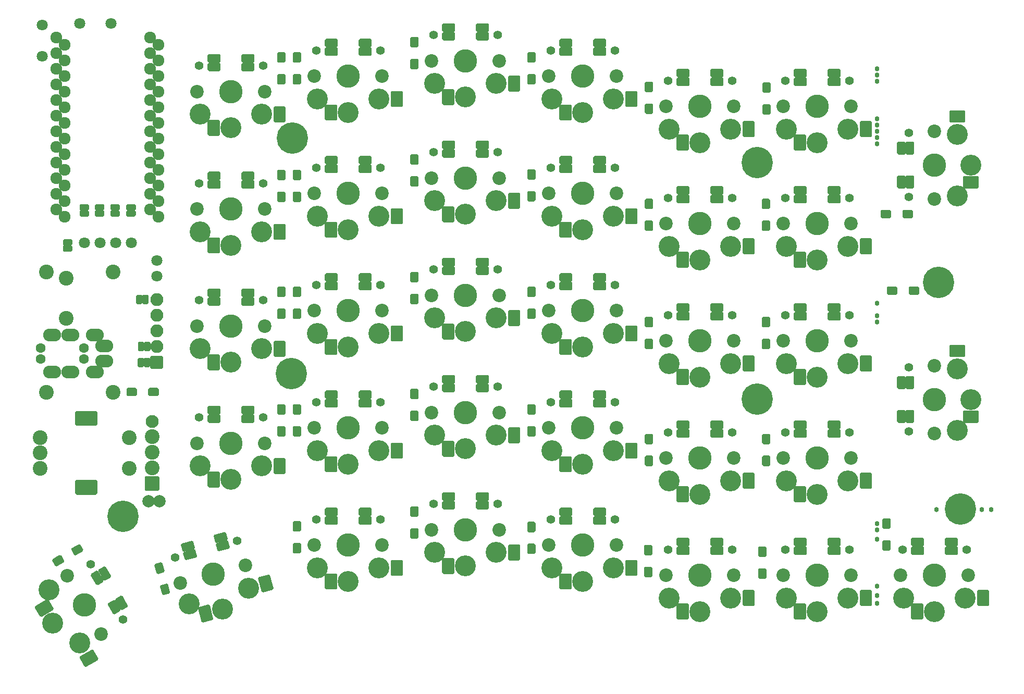
<source format=gts>
G04 #@! TF.GenerationSoftware,KiCad,Pcbnew,5.1.10-88a1d61d58~90~ubuntu20.04.1*
G04 #@! TF.CreationDate,2022-01-19T17:27:53+02:00*
G04 #@! TF.ProjectId,SofleKeyboard,536f666c-654b-4657-9962-6f6172642e6b,rev?*
G04 #@! TF.SameCoordinates,Original*
G04 #@! TF.FileFunction,Soldermask,Top*
G04 #@! TF.FilePolarity,Negative*
%FSLAX46Y46*%
G04 Gerber Fmt 4.6, Leading zero omitted, Abs format (unit mm)*
G04 Created by KiCad (PCBNEW 5.1.10-88a1d61d58~90~ubuntu20.04.1) date 2022-01-19 17:27:53*
%MOMM*%
%LPD*%
G01*
G04 APERTURE LIST*
%ADD10C,2.100000*%
%ADD11C,2.400000*%
%ADD12C,2.000000*%
%ADD13C,1.797000*%
%ADD14O,2.100000X2.100000*%
%ADD15C,0.793700*%
%ADD16C,1.400000*%
%ADD17C,3.400000*%
%ADD18C,3.800000*%
%ADD19C,2.200000*%
%ADD20C,5.100000*%
%ADD21C,1.924000*%
%ADD22C,1.600000*%
%ADD23O,2.900000X2.100000*%
G04 APERTURE END LIST*
D10*
X107725000Y-103580000D03*
D11*
X107725000Y-106070000D03*
X107725000Y-108610000D03*
X107725000Y-111150000D03*
G36*
G01*
X108925000Y-112690000D02*
X108925000Y-114690000D01*
G75*
G02*
X108725000Y-114890000I-200000J0D01*
G01*
X106725000Y-114890000D01*
G75*
G02*
X106525000Y-114690000I0J200000D01*
G01*
X106525000Y-112690000D01*
G75*
G02*
X106725000Y-112490000I200000J0D01*
G01*
X108725000Y-112490000D01*
G75*
G02*
X108925000Y-112690000I0J-200000D01*
G01*
G37*
D12*
X107100000Y-116530000D03*
X108950000Y-116530000D03*
D13*
X108458000Y-77470000D03*
G36*
G01*
X106126000Y-84348860D02*
X106126000Y-83205860D01*
G75*
G02*
X106326000Y-83005860I200000J0D01*
G01*
X106961000Y-83005860D01*
G75*
G02*
X107161000Y-83205860I0J-200000D01*
G01*
X107161000Y-84348860D01*
G75*
G02*
X106961000Y-84548860I-200000J0D01*
G01*
X106326000Y-84548860D01*
G75*
G02*
X106126000Y-84348860I0J200000D01*
G01*
G37*
G36*
G01*
X105125240Y-84348860D02*
X105125240Y-83205860D01*
G75*
G02*
X105325240Y-83005860I200000J0D01*
G01*
X105960240Y-83005860D01*
G75*
G02*
X106160240Y-83205860I0J-200000D01*
G01*
X106160240Y-84348860D01*
G75*
G02*
X105960240Y-84548860I-200000J0D01*
G01*
X105325240Y-84548860D01*
G75*
G02*
X105125240Y-84348860I0J200000D01*
G01*
G37*
G36*
G01*
X106408880Y-92011500D02*
X106408880Y-90868500D01*
G75*
G02*
X106608880Y-90668500I200000J0D01*
G01*
X107243880Y-90668500D01*
G75*
G02*
X107443880Y-90868500I0J-200000D01*
G01*
X107443880Y-92011500D01*
G75*
G02*
X107243880Y-92211500I-200000J0D01*
G01*
X106608880Y-92211500D01*
G75*
G02*
X106408880Y-92011500I0J200000D01*
G01*
G37*
G36*
G01*
X105408120Y-92011500D02*
X105408120Y-90868500D01*
G75*
G02*
X105608120Y-90668500I200000J0D01*
G01*
X106243120Y-90668500D01*
G75*
G02*
X106443120Y-90868500I0J-200000D01*
G01*
X106443120Y-92011500D01*
G75*
G02*
X106243120Y-92211500I-200000J0D01*
G01*
X105608120Y-92211500D01*
G75*
G02*
X105408120Y-92011500I0J200000D01*
G01*
G37*
G36*
G01*
X106380000Y-94594140D02*
X106380000Y-93451140D01*
G75*
G02*
X106580000Y-93251140I200000J0D01*
G01*
X107215000Y-93251140D01*
G75*
G02*
X107415000Y-93451140I0J-200000D01*
G01*
X107415000Y-94594140D01*
G75*
G02*
X107215000Y-94794140I-200000J0D01*
G01*
X106580000Y-94794140D01*
G75*
G02*
X106380000Y-94594140I0J200000D01*
G01*
G37*
G36*
G01*
X105379240Y-94594140D02*
X105379240Y-93451140D01*
G75*
G02*
X105579240Y-93251140I200000J0D01*
G01*
X106214240Y-93251140D01*
G75*
G02*
X106414240Y-93451140I0J-200000D01*
G01*
X106414240Y-94594140D01*
G75*
G02*
X106214240Y-94794140I-200000J0D01*
G01*
X105579240Y-94794140D01*
G75*
G02*
X105379240Y-94594140I0J200000D01*
G01*
G37*
D11*
X101408000Y-79280000D03*
X90508000Y-79280000D03*
X90508000Y-98880000D03*
X101408000Y-98880000D03*
G36*
G01*
X109508000Y-93130000D02*
X109508000Y-94830000D01*
G75*
G02*
X109308000Y-95030000I-200000J0D01*
G01*
X107608000Y-95030000D01*
G75*
G02*
X107408000Y-94830000I0J200000D01*
G01*
X107408000Y-93130000D01*
G75*
G02*
X107608000Y-92930000I200000J0D01*
G01*
X109308000Y-92930000D01*
G75*
G02*
X109508000Y-93130000I0J-200000D01*
G01*
G37*
D14*
X108458000Y-91440000D03*
X108458000Y-88900000D03*
X108458000Y-86360000D03*
X108458000Y-83820000D03*
D11*
X104028000Y-111212000D03*
X104028000Y-106212000D03*
G36*
G01*
X95228000Y-115312000D02*
X95228000Y-113312000D01*
G75*
G02*
X95428000Y-113112000I200000J0D01*
G01*
X98628000Y-113112000D01*
G75*
G02*
X98828000Y-113312000I0J-200000D01*
G01*
X98828000Y-115312000D01*
G75*
G02*
X98628000Y-115512000I-200000J0D01*
G01*
X95428000Y-115512000D01*
G75*
G02*
X95228000Y-115312000I0J200000D01*
G01*
G37*
G36*
G01*
X95228000Y-104112000D02*
X95228000Y-102112000D01*
G75*
G02*
X95428000Y-101912000I200000J0D01*
G01*
X98628000Y-101912000D01*
G75*
G02*
X98828000Y-102112000I0J-200000D01*
G01*
X98828000Y-104112000D01*
G75*
G02*
X98628000Y-104312000I-200000J0D01*
G01*
X95428000Y-104312000D01*
G75*
G02*
X95228000Y-104112000I0J200000D01*
G01*
G37*
X89528000Y-111212000D03*
X89528000Y-108712000D03*
X89528000Y-106212000D03*
D15*
X235175120Y-117898640D03*
X242541120Y-117898640D03*
X244065120Y-117898640D03*
G36*
G01*
X219600000Y-47901000D02*
X219600000Y-48901000D01*
G75*
G02*
X219400000Y-49101000I-200000J0D01*
G01*
X217700000Y-49101000D01*
G75*
G02*
X217500000Y-48901000I0J200000D01*
G01*
X217500000Y-47901000D01*
G75*
G02*
X217700000Y-47701000I200000J0D01*
G01*
X219400000Y-47701000D01*
G75*
G02*
X219600000Y-47901000I0J-200000D01*
G01*
G37*
G36*
G01*
X214100000Y-47901000D02*
X214100000Y-48901000D01*
G75*
G02*
X213900000Y-49101000I-200000J0D01*
G01*
X212200000Y-49101000D01*
G75*
G02*
X212000000Y-48901000I0J200000D01*
G01*
X212000000Y-47901000D01*
G75*
G02*
X212200000Y-47701000I200000J0D01*
G01*
X213900000Y-47701000D01*
G75*
G02*
X214100000Y-47901000I0J-200000D01*
G01*
G37*
G36*
G01*
X219600000Y-46501000D02*
X219600000Y-47501000D01*
G75*
G02*
X219400000Y-47701000I-200000J0D01*
G01*
X217700000Y-47701000D01*
G75*
G02*
X217500000Y-47501000I0J200000D01*
G01*
X217500000Y-46501000D01*
G75*
G02*
X217700000Y-46301000I200000J0D01*
G01*
X219400000Y-46301000D01*
G75*
G02*
X219600000Y-46501000I0J-200000D01*
G01*
G37*
G36*
G01*
X214100000Y-46501000D02*
X214100000Y-47501000D01*
G75*
G02*
X213900000Y-47701000I-200000J0D01*
G01*
X212200000Y-47701000D01*
G75*
G02*
X212000000Y-47501000I0J200000D01*
G01*
X212000000Y-46501000D01*
G75*
G02*
X212200000Y-46301000I200000J0D01*
G01*
X213900000Y-46301000D01*
G75*
G02*
X214100000Y-46501000I0J-200000D01*
G01*
G37*
D16*
X221020000Y-48200000D03*
X210580000Y-48200000D03*
D17*
X220800000Y-56100000D03*
G36*
G01*
X214000000Y-57200000D02*
X214000000Y-59400000D01*
G75*
G02*
X213800000Y-59600000I-200000J0D01*
G01*
X212200000Y-59600000D01*
G75*
G02*
X212000000Y-59400000I0J200000D01*
G01*
X212000000Y-57200000D01*
G75*
G02*
X212200000Y-57000000I200000J0D01*
G01*
X213800000Y-57000000D01*
G75*
G02*
X214000000Y-57200000I0J-200000D01*
G01*
G37*
G36*
G01*
X224700000Y-55000000D02*
X224700000Y-57200000D01*
G75*
G02*
X224500000Y-57400000I-200000J0D01*
G01*
X222900000Y-57400000D01*
G75*
G02*
X222700000Y-57200000I0J200000D01*
G01*
X222700000Y-55000000D01*
G75*
G02*
X222900000Y-54800000I200000J0D01*
G01*
X224500000Y-54800000D01*
G75*
G02*
X224700000Y-55000000I0J-200000D01*
G01*
G37*
X210800000Y-56100000D03*
X215800000Y-58300000D03*
D18*
X215800000Y-52400000D03*
D19*
X210300000Y-52400000D03*
X221300000Y-52400000D03*
D15*
X225523120Y-130344640D03*
X225523120Y-131868640D03*
X225523120Y-133138640D03*
X225523120Y-122724640D03*
X225523120Y-121200640D03*
X225523120Y-120184640D03*
X225523120Y-87418640D03*
X225523120Y-86402640D03*
X225523120Y-84370640D03*
X225523120Y-54398640D03*
X225523120Y-55414640D03*
X225523120Y-56430640D03*
X225523120Y-57446640D03*
X225523120Y-58462640D03*
X225523120Y-48302640D03*
X225523120Y-47286640D03*
X225523120Y-46270640D03*
G36*
G01*
X230351000Y-58125000D02*
X231351000Y-58125000D01*
G75*
G02*
X231551000Y-58325000I0J-200000D01*
G01*
X231551000Y-60025000D01*
G75*
G02*
X231351000Y-60225000I-200000J0D01*
G01*
X230351000Y-60225000D01*
G75*
G02*
X230151000Y-60025000I0J200000D01*
G01*
X230151000Y-58325000D01*
G75*
G02*
X230351000Y-58125000I200000J0D01*
G01*
G37*
G36*
G01*
X230351000Y-63625000D02*
X231351000Y-63625000D01*
G75*
G02*
X231551000Y-63825000I0J-200000D01*
G01*
X231551000Y-65525000D01*
G75*
G02*
X231351000Y-65725000I-200000J0D01*
G01*
X230351000Y-65725000D01*
G75*
G02*
X230151000Y-65525000I0J200000D01*
G01*
X230151000Y-63825000D01*
G75*
G02*
X230351000Y-63625000I200000J0D01*
G01*
G37*
G36*
G01*
X228951000Y-58125000D02*
X229951000Y-58125000D01*
G75*
G02*
X230151000Y-58325000I0J-200000D01*
G01*
X230151000Y-60025000D01*
G75*
G02*
X229951000Y-60225000I-200000J0D01*
G01*
X228951000Y-60225000D01*
G75*
G02*
X228751000Y-60025000I0J200000D01*
G01*
X228751000Y-58325000D01*
G75*
G02*
X228951000Y-58125000I200000J0D01*
G01*
G37*
G36*
G01*
X228951000Y-63625000D02*
X229951000Y-63625000D01*
G75*
G02*
X230151000Y-63825000I0J-200000D01*
G01*
X230151000Y-65525000D01*
G75*
G02*
X229951000Y-65725000I-200000J0D01*
G01*
X228951000Y-65725000D01*
G75*
G02*
X228751000Y-65525000I0J200000D01*
G01*
X228751000Y-63825000D01*
G75*
G02*
X228951000Y-63625000I200000J0D01*
G01*
G37*
D16*
X230650000Y-56705000D03*
X230650000Y-67145000D03*
D17*
X238550000Y-56925000D03*
G36*
G01*
X239650000Y-63725000D02*
X241850000Y-63725000D01*
G75*
G02*
X242050000Y-63925000I0J-200000D01*
G01*
X242050000Y-65525000D01*
G75*
G02*
X241850000Y-65725000I-200000J0D01*
G01*
X239650000Y-65725000D01*
G75*
G02*
X239450000Y-65525000I0J200000D01*
G01*
X239450000Y-63925000D01*
G75*
G02*
X239650000Y-63725000I200000J0D01*
G01*
G37*
G36*
G01*
X237450000Y-53025000D02*
X239650000Y-53025000D01*
G75*
G02*
X239850000Y-53225000I0J-200000D01*
G01*
X239850000Y-54825000D01*
G75*
G02*
X239650000Y-55025000I-200000J0D01*
G01*
X237450000Y-55025000D01*
G75*
G02*
X237250000Y-54825000I0J200000D01*
G01*
X237250000Y-53225000D01*
G75*
G02*
X237450000Y-53025000I200000J0D01*
G01*
G37*
X238550000Y-66925000D03*
X240750000Y-61925000D03*
D18*
X234850000Y-61925000D03*
D19*
X234850000Y-67425000D03*
X234850000Y-56425000D03*
G36*
G01*
X200550000Y-105051000D02*
X200550000Y-106051000D01*
G75*
G02*
X200350000Y-106251000I-200000J0D01*
G01*
X198650000Y-106251000D01*
G75*
G02*
X198450000Y-106051000I0J200000D01*
G01*
X198450000Y-105051000D01*
G75*
G02*
X198650000Y-104851000I200000J0D01*
G01*
X200350000Y-104851000D01*
G75*
G02*
X200550000Y-105051000I0J-200000D01*
G01*
G37*
G36*
G01*
X195050000Y-105051000D02*
X195050000Y-106051000D01*
G75*
G02*
X194850000Y-106251000I-200000J0D01*
G01*
X193150000Y-106251000D01*
G75*
G02*
X192950000Y-106051000I0J200000D01*
G01*
X192950000Y-105051000D01*
G75*
G02*
X193150000Y-104851000I200000J0D01*
G01*
X194850000Y-104851000D01*
G75*
G02*
X195050000Y-105051000I0J-200000D01*
G01*
G37*
G36*
G01*
X200550000Y-103651000D02*
X200550000Y-104651000D01*
G75*
G02*
X200350000Y-104851000I-200000J0D01*
G01*
X198650000Y-104851000D01*
G75*
G02*
X198450000Y-104651000I0J200000D01*
G01*
X198450000Y-103651000D01*
G75*
G02*
X198650000Y-103451000I200000J0D01*
G01*
X200350000Y-103451000D01*
G75*
G02*
X200550000Y-103651000I0J-200000D01*
G01*
G37*
G36*
G01*
X195050000Y-103651000D02*
X195050000Y-104651000D01*
G75*
G02*
X194850000Y-104851000I-200000J0D01*
G01*
X193150000Y-104851000D01*
G75*
G02*
X192950000Y-104651000I0J200000D01*
G01*
X192950000Y-103651000D01*
G75*
G02*
X193150000Y-103451000I200000J0D01*
G01*
X194850000Y-103451000D01*
G75*
G02*
X195050000Y-103651000I0J-200000D01*
G01*
G37*
D16*
X201970000Y-105350000D03*
X191530000Y-105350000D03*
D17*
X201750000Y-113250000D03*
G36*
G01*
X194950000Y-114350000D02*
X194950000Y-116550000D01*
G75*
G02*
X194750000Y-116750000I-200000J0D01*
G01*
X193150000Y-116750000D01*
G75*
G02*
X192950000Y-116550000I0J200000D01*
G01*
X192950000Y-114350000D01*
G75*
G02*
X193150000Y-114150000I200000J0D01*
G01*
X194750000Y-114150000D01*
G75*
G02*
X194950000Y-114350000I0J-200000D01*
G01*
G37*
G36*
G01*
X205650000Y-112150000D02*
X205650000Y-114350000D01*
G75*
G02*
X205450000Y-114550000I-200000J0D01*
G01*
X203850000Y-114550000D01*
G75*
G02*
X203650000Y-114350000I0J200000D01*
G01*
X203650000Y-112150000D01*
G75*
G02*
X203850000Y-111950000I200000J0D01*
G01*
X205450000Y-111950000D01*
G75*
G02*
X205650000Y-112150000I0J-200000D01*
G01*
G37*
X191750000Y-113250000D03*
X196750000Y-115450000D03*
D18*
X196750000Y-109550000D03*
D19*
X191250000Y-109550000D03*
X202250000Y-109550000D03*
G36*
G01*
X219600000Y-105051000D02*
X219600000Y-106051000D01*
G75*
G02*
X219400000Y-106251000I-200000J0D01*
G01*
X217700000Y-106251000D01*
G75*
G02*
X217500000Y-106051000I0J200000D01*
G01*
X217500000Y-105051000D01*
G75*
G02*
X217700000Y-104851000I200000J0D01*
G01*
X219400000Y-104851000D01*
G75*
G02*
X219600000Y-105051000I0J-200000D01*
G01*
G37*
G36*
G01*
X214100000Y-105051000D02*
X214100000Y-106051000D01*
G75*
G02*
X213900000Y-106251000I-200000J0D01*
G01*
X212200000Y-106251000D01*
G75*
G02*
X212000000Y-106051000I0J200000D01*
G01*
X212000000Y-105051000D01*
G75*
G02*
X212200000Y-104851000I200000J0D01*
G01*
X213900000Y-104851000D01*
G75*
G02*
X214100000Y-105051000I0J-200000D01*
G01*
G37*
G36*
G01*
X219600000Y-103651000D02*
X219600000Y-104651000D01*
G75*
G02*
X219400000Y-104851000I-200000J0D01*
G01*
X217700000Y-104851000D01*
G75*
G02*
X217500000Y-104651000I0J200000D01*
G01*
X217500000Y-103651000D01*
G75*
G02*
X217700000Y-103451000I200000J0D01*
G01*
X219400000Y-103451000D01*
G75*
G02*
X219600000Y-103651000I0J-200000D01*
G01*
G37*
G36*
G01*
X214100000Y-103651000D02*
X214100000Y-104651000D01*
G75*
G02*
X213900000Y-104851000I-200000J0D01*
G01*
X212200000Y-104851000D01*
G75*
G02*
X212000000Y-104651000I0J200000D01*
G01*
X212000000Y-103651000D01*
G75*
G02*
X212200000Y-103451000I200000J0D01*
G01*
X213900000Y-103451000D01*
G75*
G02*
X214100000Y-103651000I0J-200000D01*
G01*
G37*
D16*
X221020000Y-105350000D03*
X210580000Y-105350000D03*
D17*
X220800000Y-113250000D03*
G36*
G01*
X214000000Y-114350000D02*
X214000000Y-116550000D01*
G75*
G02*
X213800000Y-116750000I-200000J0D01*
G01*
X212200000Y-116750000D01*
G75*
G02*
X212000000Y-116550000I0J200000D01*
G01*
X212000000Y-114350000D01*
G75*
G02*
X212200000Y-114150000I200000J0D01*
G01*
X213800000Y-114150000D01*
G75*
G02*
X214000000Y-114350000I0J-200000D01*
G01*
G37*
G36*
G01*
X224700000Y-112150000D02*
X224700000Y-114350000D01*
G75*
G02*
X224500000Y-114550000I-200000J0D01*
G01*
X222900000Y-114550000D01*
G75*
G02*
X222700000Y-114350000I0J200000D01*
G01*
X222700000Y-112150000D01*
G75*
G02*
X222900000Y-111950000I200000J0D01*
G01*
X224500000Y-111950000D01*
G75*
G02*
X224700000Y-112150000I0J-200000D01*
G01*
G37*
X210800000Y-113250000D03*
X215800000Y-115450000D03*
D18*
X215800000Y-109550000D03*
D19*
X210300000Y-109550000D03*
X221300000Y-109550000D03*
G36*
G01*
X219600000Y-124101000D02*
X219600000Y-125101000D01*
G75*
G02*
X219400000Y-125301000I-200000J0D01*
G01*
X217700000Y-125301000D01*
G75*
G02*
X217500000Y-125101000I0J200000D01*
G01*
X217500000Y-124101000D01*
G75*
G02*
X217700000Y-123901000I200000J0D01*
G01*
X219400000Y-123901000D01*
G75*
G02*
X219600000Y-124101000I0J-200000D01*
G01*
G37*
G36*
G01*
X214100000Y-124101000D02*
X214100000Y-125101000D01*
G75*
G02*
X213900000Y-125301000I-200000J0D01*
G01*
X212200000Y-125301000D01*
G75*
G02*
X212000000Y-125101000I0J200000D01*
G01*
X212000000Y-124101000D01*
G75*
G02*
X212200000Y-123901000I200000J0D01*
G01*
X213900000Y-123901000D01*
G75*
G02*
X214100000Y-124101000I0J-200000D01*
G01*
G37*
G36*
G01*
X219600000Y-122701000D02*
X219600000Y-123701000D01*
G75*
G02*
X219400000Y-123901000I-200000J0D01*
G01*
X217700000Y-123901000D01*
G75*
G02*
X217500000Y-123701000I0J200000D01*
G01*
X217500000Y-122701000D01*
G75*
G02*
X217700000Y-122501000I200000J0D01*
G01*
X219400000Y-122501000D01*
G75*
G02*
X219600000Y-122701000I0J-200000D01*
G01*
G37*
G36*
G01*
X214100000Y-122701000D02*
X214100000Y-123701000D01*
G75*
G02*
X213900000Y-123901000I-200000J0D01*
G01*
X212200000Y-123901000D01*
G75*
G02*
X212000000Y-123701000I0J200000D01*
G01*
X212000000Y-122701000D01*
G75*
G02*
X212200000Y-122501000I200000J0D01*
G01*
X213900000Y-122501000D01*
G75*
G02*
X214100000Y-122701000I0J-200000D01*
G01*
G37*
D16*
X221020000Y-124400000D03*
X210580000Y-124400000D03*
D17*
X220800000Y-132300000D03*
G36*
G01*
X214000000Y-133400000D02*
X214000000Y-135600000D01*
G75*
G02*
X213800000Y-135800000I-200000J0D01*
G01*
X212200000Y-135800000D01*
G75*
G02*
X212000000Y-135600000I0J200000D01*
G01*
X212000000Y-133400000D01*
G75*
G02*
X212200000Y-133200000I200000J0D01*
G01*
X213800000Y-133200000D01*
G75*
G02*
X214000000Y-133400000I0J-200000D01*
G01*
G37*
G36*
G01*
X224700000Y-131200000D02*
X224700000Y-133400000D01*
G75*
G02*
X224500000Y-133600000I-200000J0D01*
G01*
X222900000Y-133600000D01*
G75*
G02*
X222700000Y-133400000I0J200000D01*
G01*
X222700000Y-131200000D01*
G75*
G02*
X222900000Y-131000000I200000J0D01*
G01*
X224500000Y-131000000D01*
G75*
G02*
X224700000Y-131200000I0J-200000D01*
G01*
G37*
X210800000Y-132300000D03*
X215800000Y-134500000D03*
D18*
X215800000Y-128600000D03*
D19*
X210300000Y-128600000D03*
X221300000Y-128600000D03*
G36*
G01*
X187837120Y-123655640D02*
X188787120Y-123655640D01*
G75*
G02*
X188987120Y-123855640I0J-200000D01*
G01*
X188987120Y-125155640D01*
G75*
G02*
X188787120Y-125355640I-200000J0D01*
G01*
X187837120Y-125355640D01*
G75*
G02*
X187637120Y-125155640I0J200000D01*
G01*
X187637120Y-123855640D01*
G75*
G02*
X187837120Y-123655640I200000J0D01*
G01*
G37*
G36*
G01*
X187837120Y-127205640D02*
X188787120Y-127205640D01*
G75*
G02*
X188987120Y-127405640I0J-200000D01*
G01*
X188987120Y-128705640D01*
G75*
G02*
X188787120Y-128905640I-200000J0D01*
G01*
X187837120Y-128905640D01*
G75*
G02*
X187637120Y-128705640I0J200000D01*
G01*
X187637120Y-127405640D01*
G75*
G02*
X187837120Y-127205640I200000J0D01*
G01*
G37*
G36*
G01*
X206379120Y-123909640D02*
X207329120Y-123909640D01*
G75*
G02*
X207529120Y-124109640I0J-200000D01*
G01*
X207529120Y-125409640D01*
G75*
G02*
X207329120Y-125609640I-200000J0D01*
G01*
X206379120Y-125609640D01*
G75*
G02*
X206179120Y-125409640I0J200000D01*
G01*
X206179120Y-124109640D01*
G75*
G02*
X206379120Y-123909640I200000J0D01*
G01*
G37*
G36*
G01*
X206379120Y-127459640D02*
X207329120Y-127459640D01*
G75*
G02*
X207529120Y-127659640I0J-200000D01*
G01*
X207529120Y-128959640D01*
G75*
G02*
X207329120Y-129159640I-200000J0D01*
G01*
X206379120Y-129159640D01*
G75*
G02*
X206179120Y-128959640I0J200000D01*
G01*
X206179120Y-127659640D01*
G75*
G02*
X206379120Y-127459640I200000J0D01*
G01*
G37*
G36*
G01*
X226572120Y-119337640D02*
X227522120Y-119337640D01*
G75*
G02*
X227722120Y-119537640I0J-200000D01*
G01*
X227722120Y-120837640D01*
G75*
G02*
X227522120Y-121037640I-200000J0D01*
G01*
X226572120Y-121037640D01*
G75*
G02*
X226372120Y-120837640I0J200000D01*
G01*
X226372120Y-119537640D01*
G75*
G02*
X226572120Y-119337640I200000J0D01*
G01*
G37*
G36*
G01*
X226572120Y-122887640D02*
X227522120Y-122887640D01*
G75*
G02*
X227722120Y-123087640I0J-200000D01*
G01*
X227722120Y-124387640D01*
G75*
G02*
X227522120Y-124587640I-200000J0D01*
G01*
X226572120Y-124587640D01*
G75*
G02*
X226372120Y-124387640I0J200000D01*
G01*
X226372120Y-123087640D01*
G75*
G02*
X226572120Y-122887640I200000J0D01*
G01*
G37*
G36*
G01*
X227089120Y-82813640D02*
X227089120Y-81863640D01*
G75*
G02*
X227289120Y-81663640I200000J0D01*
G01*
X228589120Y-81663640D01*
G75*
G02*
X228789120Y-81863640I0J-200000D01*
G01*
X228789120Y-82813640D01*
G75*
G02*
X228589120Y-83013640I-200000J0D01*
G01*
X227289120Y-83013640D01*
G75*
G02*
X227089120Y-82813640I0J200000D01*
G01*
G37*
G36*
G01*
X230639120Y-82813640D02*
X230639120Y-81863640D01*
G75*
G02*
X230839120Y-81663640I200000J0D01*
G01*
X232139120Y-81663640D01*
G75*
G02*
X232339120Y-81863640I0J-200000D01*
G01*
X232339120Y-82813640D01*
G75*
G02*
X232139120Y-83013640I-200000J0D01*
G01*
X230839120Y-83013640D01*
G75*
G02*
X230639120Y-82813640I0J200000D01*
G01*
G37*
G36*
G01*
X226073120Y-70367640D02*
X226073120Y-69417640D01*
G75*
G02*
X226273120Y-69217640I200000J0D01*
G01*
X227573120Y-69217640D01*
G75*
G02*
X227773120Y-69417640I0J-200000D01*
G01*
X227773120Y-70367640D01*
G75*
G02*
X227573120Y-70567640I-200000J0D01*
G01*
X226273120Y-70567640D01*
G75*
G02*
X226073120Y-70367640I0J200000D01*
G01*
G37*
G36*
G01*
X229623120Y-70367640D02*
X229623120Y-69417640D01*
G75*
G02*
X229823120Y-69217640I200000J0D01*
G01*
X231123120Y-69217640D01*
G75*
G02*
X231323120Y-69417640I0J-200000D01*
G01*
X231323120Y-70367640D01*
G75*
G02*
X231123120Y-70567640I-200000J0D01*
G01*
X229823120Y-70567640D01*
G75*
G02*
X229623120Y-70367640I0J200000D01*
G01*
G37*
D20*
X235508120Y-81043640D03*
X239064120Y-117873640D03*
G36*
G01*
X200550000Y-124101000D02*
X200550000Y-125101000D01*
G75*
G02*
X200350000Y-125301000I-200000J0D01*
G01*
X198650000Y-125301000D01*
G75*
G02*
X198450000Y-125101000I0J200000D01*
G01*
X198450000Y-124101000D01*
G75*
G02*
X198650000Y-123901000I200000J0D01*
G01*
X200350000Y-123901000D01*
G75*
G02*
X200550000Y-124101000I0J-200000D01*
G01*
G37*
G36*
G01*
X195050000Y-124101000D02*
X195050000Y-125101000D01*
G75*
G02*
X194850000Y-125301000I-200000J0D01*
G01*
X193150000Y-125301000D01*
G75*
G02*
X192950000Y-125101000I0J200000D01*
G01*
X192950000Y-124101000D01*
G75*
G02*
X193150000Y-123901000I200000J0D01*
G01*
X194850000Y-123901000D01*
G75*
G02*
X195050000Y-124101000I0J-200000D01*
G01*
G37*
G36*
G01*
X200550000Y-122701000D02*
X200550000Y-123701000D01*
G75*
G02*
X200350000Y-123901000I-200000J0D01*
G01*
X198650000Y-123901000D01*
G75*
G02*
X198450000Y-123701000I0J200000D01*
G01*
X198450000Y-122701000D01*
G75*
G02*
X198650000Y-122501000I200000J0D01*
G01*
X200350000Y-122501000D01*
G75*
G02*
X200550000Y-122701000I0J-200000D01*
G01*
G37*
G36*
G01*
X195050000Y-122701000D02*
X195050000Y-123701000D01*
G75*
G02*
X194850000Y-123901000I-200000J0D01*
G01*
X193150000Y-123901000D01*
G75*
G02*
X192950000Y-123701000I0J200000D01*
G01*
X192950000Y-122701000D01*
G75*
G02*
X193150000Y-122501000I200000J0D01*
G01*
X194850000Y-122501000D01*
G75*
G02*
X195050000Y-122701000I0J-200000D01*
G01*
G37*
D16*
X201970000Y-124400000D03*
X191530000Y-124400000D03*
D17*
X201750000Y-132300000D03*
G36*
G01*
X194950000Y-133400000D02*
X194950000Y-135600000D01*
G75*
G02*
X194750000Y-135800000I-200000J0D01*
G01*
X193150000Y-135800000D01*
G75*
G02*
X192950000Y-135600000I0J200000D01*
G01*
X192950000Y-133400000D01*
G75*
G02*
X193150000Y-133200000I200000J0D01*
G01*
X194750000Y-133200000D01*
G75*
G02*
X194950000Y-133400000I0J-200000D01*
G01*
G37*
G36*
G01*
X205650000Y-131200000D02*
X205650000Y-133400000D01*
G75*
G02*
X205450000Y-133600000I-200000J0D01*
G01*
X203850000Y-133600000D01*
G75*
G02*
X203650000Y-133400000I0J200000D01*
G01*
X203650000Y-131200000D01*
G75*
G02*
X203850000Y-131000000I200000J0D01*
G01*
X205450000Y-131000000D01*
G75*
G02*
X205650000Y-131200000I0J-200000D01*
G01*
G37*
X191750000Y-132300000D03*
X196750000Y-134500000D03*
D18*
X196750000Y-128600000D03*
D19*
X191250000Y-128600000D03*
X202250000Y-128600000D03*
G36*
G01*
X238650000Y-124101000D02*
X238650000Y-125101000D01*
G75*
G02*
X238450000Y-125301000I-200000J0D01*
G01*
X236750000Y-125301000D01*
G75*
G02*
X236550000Y-125101000I0J200000D01*
G01*
X236550000Y-124101000D01*
G75*
G02*
X236750000Y-123901000I200000J0D01*
G01*
X238450000Y-123901000D01*
G75*
G02*
X238650000Y-124101000I0J-200000D01*
G01*
G37*
G36*
G01*
X233150000Y-124101000D02*
X233150000Y-125101000D01*
G75*
G02*
X232950000Y-125301000I-200000J0D01*
G01*
X231250000Y-125301000D01*
G75*
G02*
X231050000Y-125101000I0J200000D01*
G01*
X231050000Y-124101000D01*
G75*
G02*
X231250000Y-123901000I200000J0D01*
G01*
X232950000Y-123901000D01*
G75*
G02*
X233150000Y-124101000I0J-200000D01*
G01*
G37*
G36*
G01*
X238650000Y-122701000D02*
X238650000Y-123701000D01*
G75*
G02*
X238450000Y-123901000I-200000J0D01*
G01*
X236750000Y-123901000D01*
G75*
G02*
X236550000Y-123701000I0J200000D01*
G01*
X236550000Y-122701000D01*
G75*
G02*
X236750000Y-122501000I200000J0D01*
G01*
X238450000Y-122501000D01*
G75*
G02*
X238650000Y-122701000I0J-200000D01*
G01*
G37*
G36*
G01*
X233150000Y-122701000D02*
X233150000Y-123701000D01*
G75*
G02*
X232950000Y-123901000I-200000J0D01*
G01*
X231250000Y-123901000D01*
G75*
G02*
X231050000Y-123701000I0J200000D01*
G01*
X231050000Y-122701000D01*
G75*
G02*
X231250000Y-122501000I200000J0D01*
G01*
X232950000Y-122501000D01*
G75*
G02*
X233150000Y-122701000I0J-200000D01*
G01*
G37*
D16*
X240070000Y-124400000D03*
X229630000Y-124400000D03*
D17*
X239850000Y-132300000D03*
G36*
G01*
X233050000Y-133400000D02*
X233050000Y-135600000D01*
G75*
G02*
X232850000Y-135800000I-200000J0D01*
G01*
X231250000Y-135800000D01*
G75*
G02*
X231050000Y-135600000I0J200000D01*
G01*
X231050000Y-133400000D01*
G75*
G02*
X231250000Y-133200000I200000J0D01*
G01*
X232850000Y-133200000D01*
G75*
G02*
X233050000Y-133400000I0J-200000D01*
G01*
G37*
G36*
G01*
X243750000Y-131200000D02*
X243750000Y-133400000D01*
G75*
G02*
X243550000Y-133600000I-200000J0D01*
G01*
X241950000Y-133600000D01*
G75*
G02*
X241750000Y-133400000I0J200000D01*
G01*
X241750000Y-131200000D01*
G75*
G02*
X241950000Y-131000000I200000J0D01*
G01*
X243550000Y-131000000D01*
G75*
G02*
X243750000Y-131200000I0J-200000D01*
G01*
G37*
X229850000Y-132300000D03*
X234850000Y-134500000D03*
D18*
X234850000Y-128600000D03*
D19*
X229350000Y-128600000D03*
X240350000Y-128600000D03*
G36*
G01*
X230351000Y-96225000D02*
X231351000Y-96225000D01*
G75*
G02*
X231551000Y-96425000I0J-200000D01*
G01*
X231551000Y-98125000D01*
G75*
G02*
X231351000Y-98325000I-200000J0D01*
G01*
X230351000Y-98325000D01*
G75*
G02*
X230151000Y-98125000I0J200000D01*
G01*
X230151000Y-96425000D01*
G75*
G02*
X230351000Y-96225000I200000J0D01*
G01*
G37*
G36*
G01*
X230351000Y-101725000D02*
X231351000Y-101725000D01*
G75*
G02*
X231551000Y-101925000I0J-200000D01*
G01*
X231551000Y-103625000D01*
G75*
G02*
X231351000Y-103825000I-200000J0D01*
G01*
X230351000Y-103825000D01*
G75*
G02*
X230151000Y-103625000I0J200000D01*
G01*
X230151000Y-101925000D01*
G75*
G02*
X230351000Y-101725000I200000J0D01*
G01*
G37*
G36*
G01*
X228951000Y-96225000D02*
X229951000Y-96225000D01*
G75*
G02*
X230151000Y-96425000I0J-200000D01*
G01*
X230151000Y-98125000D01*
G75*
G02*
X229951000Y-98325000I-200000J0D01*
G01*
X228951000Y-98325000D01*
G75*
G02*
X228751000Y-98125000I0J200000D01*
G01*
X228751000Y-96425000D01*
G75*
G02*
X228951000Y-96225000I200000J0D01*
G01*
G37*
G36*
G01*
X228951000Y-101725000D02*
X229951000Y-101725000D01*
G75*
G02*
X230151000Y-101925000I0J-200000D01*
G01*
X230151000Y-103625000D01*
G75*
G02*
X229951000Y-103825000I-200000J0D01*
G01*
X228951000Y-103825000D01*
G75*
G02*
X228751000Y-103625000I0J200000D01*
G01*
X228751000Y-101925000D01*
G75*
G02*
X228951000Y-101725000I200000J0D01*
G01*
G37*
D16*
X230650000Y-94805000D03*
X230650000Y-105245000D03*
D17*
X238550000Y-95025000D03*
G36*
G01*
X239650000Y-101825000D02*
X241850000Y-101825000D01*
G75*
G02*
X242050000Y-102025000I0J-200000D01*
G01*
X242050000Y-103625000D01*
G75*
G02*
X241850000Y-103825000I-200000J0D01*
G01*
X239650000Y-103825000D01*
G75*
G02*
X239450000Y-103625000I0J200000D01*
G01*
X239450000Y-102025000D01*
G75*
G02*
X239650000Y-101825000I200000J0D01*
G01*
G37*
G36*
G01*
X237450000Y-91125000D02*
X239650000Y-91125000D01*
G75*
G02*
X239850000Y-91325000I0J-200000D01*
G01*
X239850000Y-92925000D01*
G75*
G02*
X239650000Y-93125000I-200000J0D01*
G01*
X237450000Y-93125000D01*
G75*
G02*
X237250000Y-92925000I0J200000D01*
G01*
X237250000Y-91325000D01*
G75*
G02*
X237450000Y-91125000I200000J0D01*
G01*
G37*
X238550000Y-105025000D03*
X240750000Y-100025000D03*
D18*
X234850000Y-100025000D03*
D19*
X234850000Y-105525000D03*
X234850000Y-94525000D03*
G36*
G01*
X181500000Y-119201000D02*
X181500000Y-120201000D01*
G75*
G02*
X181300000Y-120401000I-200000J0D01*
G01*
X179600000Y-120401000D01*
G75*
G02*
X179400000Y-120201000I0J200000D01*
G01*
X179400000Y-119201000D01*
G75*
G02*
X179600000Y-119001000I200000J0D01*
G01*
X181300000Y-119001000D01*
G75*
G02*
X181500000Y-119201000I0J-200000D01*
G01*
G37*
G36*
G01*
X176000000Y-119201000D02*
X176000000Y-120201000D01*
G75*
G02*
X175800000Y-120401000I-200000J0D01*
G01*
X174100000Y-120401000D01*
G75*
G02*
X173900000Y-120201000I0J200000D01*
G01*
X173900000Y-119201000D01*
G75*
G02*
X174100000Y-119001000I200000J0D01*
G01*
X175800000Y-119001000D01*
G75*
G02*
X176000000Y-119201000I0J-200000D01*
G01*
G37*
G36*
G01*
X181500000Y-117801000D02*
X181500000Y-118801000D01*
G75*
G02*
X181300000Y-119001000I-200000J0D01*
G01*
X179600000Y-119001000D01*
G75*
G02*
X179400000Y-118801000I0J200000D01*
G01*
X179400000Y-117801000D01*
G75*
G02*
X179600000Y-117601000I200000J0D01*
G01*
X181300000Y-117601000D01*
G75*
G02*
X181500000Y-117801000I0J-200000D01*
G01*
G37*
G36*
G01*
X176000000Y-117801000D02*
X176000000Y-118801000D01*
G75*
G02*
X175800000Y-119001000I-200000J0D01*
G01*
X174100000Y-119001000D01*
G75*
G02*
X173900000Y-118801000I0J200000D01*
G01*
X173900000Y-117801000D01*
G75*
G02*
X174100000Y-117601000I200000J0D01*
G01*
X175800000Y-117601000D01*
G75*
G02*
X176000000Y-117801000I0J-200000D01*
G01*
G37*
D16*
X182920000Y-119500000D03*
X172480000Y-119500000D03*
D17*
X182700000Y-127400000D03*
G36*
G01*
X175900000Y-128500000D02*
X175900000Y-130700000D01*
G75*
G02*
X175700000Y-130900000I-200000J0D01*
G01*
X174100000Y-130900000D01*
G75*
G02*
X173900000Y-130700000I0J200000D01*
G01*
X173900000Y-128500000D01*
G75*
G02*
X174100000Y-128300000I200000J0D01*
G01*
X175700000Y-128300000D01*
G75*
G02*
X175900000Y-128500000I0J-200000D01*
G01*
G37*
G36*
G01*
X186600000Y-126300000D02*
X186600000Y-128500000D01*
G75*
G02*
X186400000Y-128700000I-200000J0D01*
G01*
X184800000Y-128700000D01*
G75*
G02*
X184600000Y-128500000I0J200000D01*
G01*
X184600000Y-126300000D01*
G75*
G02*
X184800000Y-126100000I200000J0D01*
G01*
X186400000Y-126100000D01*
G75*
G02*
X186600000Y-126300000I0J-200000D01*
G01*
G37*
X172700000Y-127400000D03*
X177700000Y-129600000D03*
D18*
X177700000Y-123700000D03*
D19*
X172200000Y-123700000D03*
X183200000Y-123700000D03*
G36*
G01*
X162450000Y-116701000D02*
X162450000Y-117701000D01*
G75*
G02*
X162250000Y-117901000I-200000J0D01*
G01*
X160550000Y-117901000D01*
G75*
G02*
X160350000Y-117701000I0J200000D01*
G01*
X160350000Y-116701000D01*
G75*
G02*
X160550000Y-116501000I200000J0D01*
G01*
X162250000Y-116501000D01*
G75*
G02*
X162450000Y-116701000I0J-200000D01*
G01*
G37*
G36*
G01*
X156950000Y-116701000D02*
X156950000Y-117701000D01*
G75*
G02*
X156750000Y-117901000I-200000J0D01*
G01*
X155050000Y-117901000D01*
G75*
G02*
X154850000Y-117701000I0J200000D01*
G01*
X154850000Y-116701000D01*
G75*
G02*
X155050000Y-116501000I200000J0D01*
G01*
X156750000Y-116501000D01*
G75*
G02*
X156950000Y-116701000I0J-200000D01*
G01*
G37*
G36*
G01*
X162450000Y-115301000D02*
X162450000Y-116301000D01*
G75*
G02*
X162250000Y-116501000I-200000J0D01*
G01*
X160550000Y-116501000D01*
G75*
G02*
X160350000Y-116301000I0J200000D01*
G01*
X160350000Y-115301000D01*
G75*
G02*
X160550000Y-115101000I200000J0D01*
G01*
X162250000Y-115101000D01*
G75*
G02*
X162450000Y-115301000I0J-200000D01*
G01*
G37*
G36*
G01*
X156950000Y-115301000D02*
X156950000Y-116301000D01*
G75*
G02*
X156750000Y-116501000I-200000J0D01*
G01*
X155050000Y-116501000D01*
G75*
G02*
X154850000Y-116301000I0J200000D01*
G01*
X154850000Y-115301000D01*
G75*
G02*
X155050000Y-115101000I200000J0D01*
G01*
X156750000Y-115101000D01*
G75*
G02*
X156950000Y-115301000I0J-200000D01*
G01*
G37*
D16*
X163870000Y-117000000D03*
X153430000Y-117000000D03*
D17*
X163650000Y-124900000D03*
G36*
G01*
X156850000Y-126000000D02*
X156850000Y-128200000D01*
G75*
G02*
X156650000Y-128400000I-200000J0D01*
G01*
X155050000Y-128400000D01*
G75*
G02*
X154850000Y-128200000I0J200000D01*
G01*
X154850000Y-126000000D01*
G75*
G02*
X155050000Y-125800000I200000J0D01*
G01*
X156650000Y-125800000D01*
G75*
G02*
X156850000Y-126000000I0J-200000D01*
G01*
G37*
G36*
G01*
X167550000Y-123800000D02*
X167550000Y-126000000D01*
G75*
G02*
X167350000Y-126200000I-200000J0D01*
G01*
X165750000Y-126200000D01*
G75*
G02*
X165550000Y-126000000I0J200000D01*
G01*
X165550000Y-123800000D01*
G75*
G02*
X165750000Y-123600000I200000J0D01*
G01*
X167350000Y-123600000D01*
G75*
G02*
X167550000Y-123800000I0J-200000D01*
G01*
G37*
X153650000Y-124900000D03*
X158650000Y-127100000D03*
D18*
X158650000Y-121200000D03*
D19*
X153150000Y-121200000D03*
X164150000Y-121200000D03*
G36*
G01*
X143400000Y-119201000D02*
X143400000Y-120201000D01*
G75*
G02*
X143200000Y-120401000I-200000J0D01*
G01*
X141500000Y-120401000D01*
G75*
G02*
X141300000Y-120201000I0J200000D01*
G01*
X141300000Y-119201000D01*
G75*
G02*
X141500000Y-119001000I200000J0D01*
G01*
X143200000Y-119001000D01*
G75*
G02*
X143400000Y-119201000I0J-200000D01*
G01*
G37*
G36*
G01*
X137900000Y-119201000D02*
X137900000Y-120201000D01*
G75*
G02*
X137700000Y-120401000I-200000J0D01*
G01*
X136000000Y-120401000D01*
G75*
G02*
X135800000Y-120201000I0J200000D01*
G01*
X135800000Y-119201000D01*
G75*
G02*
X136000000Y-119001000I200000J0D01*
G01*
X137700000Y-119001000D01*
G75*
G02*
X137900000Y-119201000I0J-200000D01*
G01*
G37*
G36*
G01*
X143400000Y-117801000D02*
X143400000Y-118801000D01*
G75*
G02*
X143200000Y-119001000I-200000J0D01*
G01*
X141500000Y-119001000D01*
G75*
G02*
X141300000Y-118801000I0J200000D01*
G01*
X141300000Y-117801000D01*
G75*
G02*
X141500000Y-117601000I200000J0D01*
G01*
X143200000Y-117601000D01*
G75*
G02*
X143400000Y-117801000I0J-200000D01*
G01*
G37*
G36*
G01*
X137900000Y-117801000D02*
X137900000Y-118801000D01*
G75*
G02*
X137700000Y-119001000I-200000J0D01*
G01*
X136000000Y-119001000D01*
G75*
G02*
X135800000Y-118801000I0J200000D01*
G01*
X135800000Y-117801000D01*
G75*
G02*
X136000000Y-117601000I200000J0D01*
G01*
X137700000Y-117601000D01*
G75*
G02*
X137900000Y-117801000I0J-200000D01*
G01*
G37*
D16*
X144820000Y-119500000D03*
X134380000Y-119500000D03*
D17*
X144600000Y-127400000D03*
G36*
G01*
X137800000Y-128500000D02*
X137800000Y-130700000D01*
G75*
G02*
X137600000Y-130900000I-200000J0D01*
G01*
X136000000Y-130900000D01*
G75*
G02*
X135800000Y-130700000I0J200000D01*
G01*
X135800000Y-128500000D01*
G75*
G02*
X136000000Y-128300000I200000J0D01*
G01*
X137600000Y-128300000D01*
G75*
G02*
X137800000Y-128500000I0J-200000D01*
G01*
G37*
G36*
G01*
X148500000Y-126300000D02*
X148500000Y-128500000D01*
G75*
G02*
X148300000Y-128700000I-200000J0D01*
G01*
X146700000Y-128700000D01*
G75*
G02*
X146500000Y-128500000I0J200000D01*
G01*
X146500000Y-126300000D01*
G75*
G02*
X146700000Y-126100000I200000J0D01*
G01*
X148300000Y-126100000D01*
G75*
G02*
X148500000Y-126300000I0J-200000D01*
G01*
G37*
X134600000Y-127400000D03*
X139600000Y-129600000D03*
D18*
X139600000Y-123700000D03*
D19*
X134100000Y-123700000D03*
X145100000Y-123700000D03*
G36*
G01*
X120106091Y-123070787D02*
X120364910Y-124036713D01*
G75*
G02*
X120223489Y-124281662I-193185J-51764D01*
G01*
X118581416Y-124721654D01*
G75*
G02*
X118336467Y-124580233I-51764J193185D01*
G01*
X118077648Y-123614307D01*
G75*
G02*
X118219069Y-123369358I193185J51764D01*
G01*
X119861142Y-122929366D01*
G75*
G02*
X120106091Y-123070787I51764J-193185D01*
G01*
G37*
G36*
G01*
X114793499Y-124494292D02*
X115052318Y-125460218D01*
G75*
G02*
X114910897Y-125705167I-193185J-51764D01*
G01*
X113268824Y-126145159D01*
G75*
G02*
X113023875Y-126003738I-51764J193185D01*
G01*
X112765056Y-125037812D01*
G75*
G02*
X112906477Y-124792863I193185J51764D01*
G01*
X114548550Y-124352871D01*
G75*
G02*
X114793499Y-124494292I51764J-193185D01*
G01*
G37*
G36*
G01*
X119743744Y-121718491D02*
X120002563Y-122684417D01*
G75*
G02*
X119861142Y-122929366I-193185J-51764D01*
G01*
X118219069Y-123369358D01*
G75*
G02*
X117974120Y-123227937I-51764J193185D01*
G01*
X117715301Y-122262011D01*
G75*
G02*
X117856722Y-122017062I193185J51764D01*
G01*
X119498795Y-121577070D01*
G75*
G02*
X119743744Y-121718491I51764J-193185D01*
G01*
G37*
G36*
G01*
X114431152Y-123141996D02*
X114689971Y-124107922D01*
G75*
G02*
X114548550Y-124352871I-193185J-51764D01*
G01*
X112906477Y-124792863D01*
G75*
G02*
X112661528Y-124651442I-51764J193185D01*
G01*
X112402709Y-123685516D01*
G75*
G02*
X112544130Y-123440567I193185J51764D01*
G01*
X114186203Y-123000575D01*
G75*
G02*
X114431152Y-123141996I51764J-193185D01*
G01*
G37*
D16*
X121555093Y-122992076D03*
X111470827Y-125694147D03*
D17*
X123387260Y-130679830D03*
G36*
G01*
X117103665Y-133502318D02*
X117673067Y-135627355D01*
G75*
G02*
X117531646Y-135872304I-193185J-51764D01*
G01*
X115986164Y-136286415D01*
G75*
G02*
X115741215Y-136144994I-51764J193185D01*
G01*
X115171813Y-134019957D01*
G75*
G02*
X115313234Y-133775008I193185J51764D01*
G01*
X116858716Y-133360897D01*
G75*
G02*
X117103665Y-133502318I51764J-193185D01*
G01*
G37*
G36*
G01*
X126869669Y-128607917D02*
X127439071Y-130732954D01*
G75*
G02*
X127297650Y-130977903I-193185J-51764D01*
G01*
X125752168Y-131392014D01*
G75*
G02*
X125507219Y-131250593I-51764J193185D01*
G01*
X124937817Y-129125556D01*
G75*
G02*
X125079238Y-128880607I193185J51764D01*
G01*
X126624720Y-128466496D01*
G75*
G02*
X126869669Y-128607917I51764J-193185D01*
G01*
G37*
X113728001Y-133268021D03*
X119127032Y-134098962D03*
D18*
X117600000Y-128400000D03*
D19*
X112287408Y-129823505D03*
X122912592Y-126976495D03*
G36*
G01*
X102506249Y-134441397D02*
X101640223Y-134941397D01*
G75*
G02*
X101367018Y-134868192I-100000J173205D01*
G01*
X100517018Y-133395948D01*
G75*
G02*
X100590223Y-133122743I173205J100000D01*
G01*
X101456249Y-132622743D01*
G75*
G02*
X101729454Y-132695948I100000J-173205D01*
G01*
X102579454Y-134168192D01*
G75*
G02*
X102506249Y-134441397I-173205J-100000D01*
G01*
G37*
G36*
G01*
X99756249Y-129678257D02*
X98890223Y-130178257D01*
G75*
G02*
X98617018Y-130105052I-100000J173205D01*
G01*
X97767018Y-128632808D01*
G75*
G02*
X97840223Y-128359603I173205J100000D01*
G01*
X98706249Y-127859603D01*
G75*
G02*
X98979454Y-127932808I100000J-173205D01*
G01*
X99829454Y-129405052D01*
G75*
G02*
X99756249Y-129678257I-173205J-100000D01*
G01*
G37*
G36*
G01*
X103718684Y-133741397D02*
X102852658Y-134241397D01*
G75*
G02*
X102579453Y-134168192I-100000J173205D01*
G01*
X101729453Y-132695948D01*
G75*
G02*
X101802658Y-132422743I173205J100000D01*
G01*
X102668684Y-131922743D01*
G75*
G02*
X102941889Y-131995948I100000J-173205D01*
G01*
X103791889Y-133468192D01*
G75*
G02*
X103718684Y-133741397I-173205J-100000D01*
G01*
G37*
G36*
G01*
X100968684Y-128978257D02*
X100102658Y-129478257D01*
G75*
G02*
X99829453Y-129405052I-100000J173205D01*
G01*
X98979453Y-127932808D01*
G75*
G02*
X99052658Y-127659603I173205J100000D01*
G01*
X99918684Y-127159603D01*
G75*
G02*
X100191889Y-127232808I100000J-173205D01*
G01*
X101041889Y-128705052D01*
G75*
G02*
X100968684Y-128978257I-173205J-100000D01*
G01*
G37*
D16*
X102957307Y-135820653D03*
X97737307Y-126779347D03*
D17*
X96005706Y-139580127D03*
G36*
G01*
X91653078Y-134241154D02*
X89747822Y-135341154D01*
G75*
G02*
X89474617Y-135267949I-100000J173205D01*
G01*
X88674617Y-133882309D01*
G75*
G02*
X88747822Y-133609104I173205J100000D01*
G01*
X90653078Y-132509104D01*
G75*
G02*
X90926283Y-132582309I100000J-173205D01*
G01*
X91726283Y-133967949D01*
G75*
G02*
X91653078Y-134241154I-173205J-100000D01*
G01*
G37*
G36*
G01*
X98908334Y-142407626D02*
X97003078Y-143507626D01*
G75*
G02*
X96729873Y-143434421I-100000J173205D01*
G01*
X95929873Y-142048781D01*
G75*
G02*
X96003078Y-141775576I173205J100000D01*
G01*
X97908334Y-140675576D01*
G75*
G02*
X98181539Y-140748781I100000J-173205D01*
G01*
X98981539Y-142134421D01*
G75*
G02*
X98908334Y-142407626I-173205J-100000D01*
G01*
G37*
X91005706Y-130919873D03*
X91600450Y-136350000D03*
D18*
X96710000Y-133400000D03*
D19*
X93960000Y-128636860D03*
X99460000Y-138163140D03*
G36*
G01*
X181500000Y-100151000D02*
X181500000Y-101151000D01*
G75*
G02*
X181300000Y-101351000I-200000J0D01*
G01*
X179600000Y-101351000D01*
G75*
G02*
X179400000Y-101151000I0J200000D01*
G01*
X179400000Y-100151000D01*
G75*
G02*
X179600000Y-99951000I200000J0D01*
G01*
X181300000Y-99951000D01*
G75*
G02*
X181500000Y-100151000I0J-200000D01*
G01*
G37*
G36*
G01*
X176000000Y-100151000D02*
X176000000Y-101151000D01*
G75*
G02*
X175800000Y-101351000I-200000J0D01*
G01*
X174100000Y-101351000D01*
G75*
G02*
X173900000Y-101151000I0J200000D01*
G01*
X173900000Y-100151000D01*
G75*
G02*
X174100000Y-99951000I200000J0D01*
G01*
X175800000Y-99951000D01*
G75*
G02*
X176000000Y-100151000I0J-200000D01*
G01*
G37*
G36*
G01*
X181500000Y-98751000D02*
X181500000Y-99751000D01*
G75*
G02*
X181300000Y-99951000I-200000J0D01*
G01*
X179600000Y-99951000D01*
G75*
G02*
X179400000Y-99751000I0J200000D01*
G01*
X179400000Y-98751000D01*
G75*
G02*
X179600000Y-98551000I200000J0D01*
G01*
X181300000Y-98551000D01*
G75*
G02*
X181500000Y-98751000I0J-200000D01*
G01*
G37*
G36*
G01*
X176000000Y-98751000D02*
X176000000Y-99751000D01*
G75*
G02*
X175800000Y-99951000I-200000J0D01*
G01*
X174100000Y-99951000D01*
G75*
G02*
X173900000Y-99751000I0J200000D01*
G01*
X173900000Y-98751000D01*
G75*
G02*
X174100000Y-98551000I200000J0D01*
G01*
X175800000Y-98551000D01*
G75*
G02*
X176000000Y-98751000I0J-200000D01*
G01*
G37*
D16*
X182920000Y-100450000D03*
X172480000Y-100450000D03*
D17*
X182700000Y-108350000D03*
G36*
G01*
X175900000Y-109450000D02*
X175900000Y-111650000D01*
G75*
G02*
X175700000Y-111850000I-200000J0D01*
G01*
X174100000Y-111850000D01*
G75*
G02*
X173900000Y-111650000I0J200000D01*
G01*
X173900000Y-109450000D01*
G75*
G02*
X174100000Y-109250000I200000J0D01*
G01*
X175700000Y-109250000D01*
G75*
G02*
X175900000Y-109450000I0J-200000D01*
G01*
G37*
G36*
G01*
X186600000Y-107250000D02*
X186600000Y-109450000D01*
G75*
G02*
X186400000Y-109650000I-200000J0D01*
G01*
X184800000Y-109650000D01*
G75*
G02*
X184600000Y-109450000I0J200000D01*
G01*
X184600000Y-107250000D01*
G75*
G02*
X184800000Y-107050000I200000J0D01*
G01*
X186400000Y-107050000D01*
G75*
G02*
X186600000Y-107250000I0J-200000D01*
G01*
G37*
X172700000Y-108350000D03*
X177700000Y-110550000D03*
D18*
X177700000Y-104650000D03*
D19*
X172200000Y-104650000D03*
X183200000Y-104650000D03*
G36*
G01*
X162450000Y-97651000D02*
X162450000Y-98651000D01*
G75*
G02*
X162250000Y-98851000I-200000J0D01*
G01*
X160550000Y-98851000D01*
G75*
G02*
X160350000Y-98651000I0J200000D01*
G01*
X160350000Y-97651000D01*
G75*
G02*
X160550000Y-97451000I200000J0D01*
G01*
X162250000Y-97451000D01*
G75*
G02*
X162450000Y-97651000I0J-200000D01*
G01*
G37*
G36*
G01*
X156950000Y-97651000D02*
X156950000Y-98651000D01*
G75*
G02*
X156750000Y-98851000I-200000J0D01*
G01*
X155050000Y-98851000D01*
G75*
G02*
X154850000Y-98651000I0J200000D01*
G01*
X154850000Y-97651000D01*
G75*
G02*
X155050000Y-97451000I200000J0D01*
G01*
X156750000Y-97451000D01*
G75*
G02*
X156950000Y-97651000I0J-200000D01*
G01*
G37*
G36*
G01*
X162450000Y-96251000D02*
X162450000Y-97251000D01*
G75*
G02*
X162250000Y-97451000I-200000J0D01*
G01*
X160550000Y-97451000D01*
G75*
G02*
X160350000Y-97251000I0J200000D01*
G01*
X160350000Y-96251000D01*
G75*
G02*
X160550000Y-96051000I200000J0D01*
G01*
X162250000Y-96051000D01*
G75*
G02*
X162450000Y-96251000I0J-200000D01*
G01*
G37*
G36*
G01*
X156950000Y-96251000D02*
X156950000Y-97251000D01*
G75*
G02*
X156750000Y-97451000I-200000J0D01*
G01*
X155050000Y-97451000D01*
G75*
G02*
X154850000Y-97251000I0J200000D01*
G01*
X154850000Y-96251000D01*
G75*
G02*
X155050000Y-96051000I200000J0D01*
G01*
X156750000Y-96051000D01*
G75*
G02*
X156950000Y-96251000I0J-200000D01*
G01*
G37*
D16*
X163870000Y-97950000D03*
X153430000Y-97950000D03*
D17*
X163650000Y-105850000D03*
G36*
G01*
X156850000Y-106950000D02*
X156850000Y-109150000D01*
G75*
G02*
X156650000Y-109350000I-200000J0D01*
G01*
X155050000Y-109350000D01*
G75*
G02*
X154850000Y-109150000I0J200000D01*
G01*
X154850000Y-106950000D01*
G75*
G02*
X155050000Y-106750000I200000J0D01*
G01*
X156650000Y-106750000D01*
G75*
G02*
X156850000Y-106950000I0J-200000D01*
G01*
G37*
G36*
G01*
X167550000Y-104750000D02*
X167550000Y-106950000D01*
G75*
G02*
X167350000Y-107150000I-200000J0D01*
G01*
X165750000Y-107150000D01*
G75*
G02*
X165550000Y-106950000I0J200000D01*
G01*
X165550000Y-104750000D01*
G75*
G02*
X165750000Y-104550000I200000J0D01*
G01*
X167350000Y-104550000D01*
G75*
G02*
X167550000Y-104750000I0J-200000D01*
G01*
G37*
X153650000Y-105850000D03*
X158650000Y-108050000D03*
D18*
X158650000Y-102150000D03*
D19*
X153150000Y-102150000D03*
X164150000Y-102150000D03*
G36*
G01*
X143400000Y-100151000D02*
X143400000Y-101151000D01*
G75*
G02*
X143200000Y-101351000I-200000J0D01*
G01*
X141500000Y-101351000D01*
G75*
G02*
X141300000Y-101151000I0J200000D01*
G01*
X141300000Y-100151000D01*
G75*
G02*
X141500000Y-99951000I200000J0D01*
G01*
X143200000Y-99951000D01*
G75*
G02*
X143400000Y-100151000I0J-200000D01*
G01*
G37*
G36*
G01*
X137900000Y-100151000D02*
X137900000Y-101151000D01*
G75*
G02*
X137700000Y-101351000I-200000J0D01*
G01*
X136000000Y-101351000D01*
G75*
G02*
X135800000Y-101151000I0J200000D01*
G01*
X135800000Y-100151000D01*
G75*
G02*
X136000000Y-99951000I200000J0D01*
G01*
X137700000Y-99951000D01*
G75*
G02*
X137900000Y-100151000I0J-200000D01*
G01*
G37*
G36*
G01*
X143400000Y-98751000D02*
X143400000Y-99751000D01*
G75*
G02*
X143200000Y-99951000I-200000J0D01*
G01*
X141500000Y-99951000D01*
G75*
G02*
X141300000Y-99751000I0J200000D01*
G01*
X141300000Y-98751000D01*
G75*
G02*
X141500000Y-98551000I200000J0D01*
G01*
X143200000Y-98551000D01*
G75*
G02*
X143400000Y-98751000I0J-200000D01*
G01*
G37*
G36*
G01*
X137900000Y-98751000D02*
X137900000Y-99751000D01*
G75*
G02*
X137700000Y-99951000I-200000J0D01*
G01*
X136000000Y-99951000D01*
G75*
G02*
X135800000Y-99751000I0J200000D01*
G01*
X135800000Y-98751000D01*
G75*
G02*
X136000000Y-98551000I200000J0D01*
G01*
X137700000Y-98551000D01*
G75*
G02*
X137900000Y-98751000I0J-200000D01*
G01*
G37*
D16*
X144820000Y-100450000D03*
X134380000Y-100450000D03*
D17*
X144600000Y-108350000D03*
G36*
G01*
X137800000Y-109450000D02*
X137800000Y-111650000D01*
G75*
G02*
X137600000Y-111850000I-200000J0D01*
G01*
X136000000Y-111850000D01*
G75*
G02*
X135800000Y-111650000I0J200000D01*
G01*
X135800000Y-109450000D01*
G75*
G02*
X136000000Y-109250000I200000J0D01*
G01*
X137600000Y-109250000D01*
G75*
G02*
X137800000Y-109450000I0J-200000D01*
G01*
G37*
G36*
G01*
X148500000Y-107250000D02*
X148500000Y-109450000D01*
G75*
G02*
X148300000Y-109650000I-200000J0D01*
G01*
X146700000Y-109650000D01*
G75*
G02*
X146500000Y-109450000I0J200000D01*
G01*
X146500000Y-107250000D01*
G75*
G02*
X146700000Y-107050000I200000J0D01*
G01*
X148300000Y-107050000D01*
G75*
G02*
X148500000Y-107250000I0J-200000D01*
G01*
G37*
X134600000Y-108350000D03*
X139600000Y-110550000D03*
D18*
X139600000Y-104650000D03*
D19*
X134100000Y-104650000D03*
X145100000Y-104650000D03*
G36*
G01*
X124350000Y-102651000D02*
X124350000Y-103651000D01*
G75*
G02*
X124150000Y-103851000I-200000J0D01*
G01*
X122450000Y-103851000D01*
G75*
G02*
X122250000Y-103651000I0J200000D01*
G01*
X122250000Y-102651000D01*
G75*
G02*
X122450000Y-102451000I200000J0D01*
G01*
X124150000Y-102451000D01*
G75*
G02*
X124350000Y-102651000I0J-200000D01*
G01*
G37*
G36*
G01*
X118850000Y-102651000D02*
X118850000Y-103651000D01*
G75*
G02*
X118650000Y-103851000I-200000J0D01*
G01*
X116950000Y-103851000D01*
G75*
G02*
X116750000Y-103651000I0J200000D01*
G01*
X116750000Y-102651000D01*
G75*
G02*
X116950000Y-102451000I200000J0D01*
G01*
X118650000Y-102451000D01*
G75*
G02*
X118850000Y-102651000I0J-200000D01*
G01*
G37*
G36*
G01*
X124350000Y-101251000D02*
X124350000Y-102251000D01*
G75*
G02*
X124150000Y-102451000I-200000J0D01*
G01*
X122450000Y-102451000D01*
G75*
G02*
X122250000Y-102251000I0J200000D01*
G01*
X122250000Y-101251000D01*
G75*
G02*
X122450000Y-101051000I200000J0D01*
G01*
X124150000Y-101051000D01*
G75*
G02*
X124350000Y-101251000I0J-200000D01*
G01*
G37*
G36*
G01*
X118850000Y-101251000D02*
X118850000Y-102251000D01*
G75*
G02*
X118650000Y-102451000I-200000J0D01*
G01*
X116950000Y-102451000D01*
G75*
G02*
X116750000Y-102251000I0J200000D01*
G01*
X116750000Y-101251000D01*
G75*
G02*
X116950000Y-101051000I200000J0D01*
G01*
X118650000Y-101051000D01*
G75*
G02*
X118850000Y-101251000I0J-200000D01*
G01*
G37*
D16*
X125770000Y-102950000D03*
X115330000Y-102950000D03*
D17*
X125550000Y-110850000D03*
G36*
G01*
X118750000Y-111950000D02*
X118750000Y-114150000D01*
G75*
G02*
X118550000Y-114350000I-200000J0D01*
G01*
X116950000Y-114350000D01*
G75*
G02*
X116750000Y-114150000I0J200000D01*
G01*
X116750000Y-111950000D01*
G75*
G02*
X116950000Y-111750000I200000J0D01*
G01*
X118550000Y-111750000D01*
G75*
G02*
X118750000Y-111950000I0J-200000D01*
G01*
G37*
G36*
G01*
X129450000Y-109750000D02*
X129450000Y-111950000D01*
G75*
G02*
X129250000Y-112150000I-200000J0D01*
G01*
X127650000Y-112150000D01*
G75*
G02*
X127450000Y-111950000I0J200000D01*
G01*
X127450000Y-109750000D01*
G75*
G02*
X127650000Y-109550000I200000J0D01*
G01*
X129250000Y-109550000D01*
G75*
G02*
X129450000Y-109750000I0J-200000D01*
G01*
G37*
X115550000Y-110850000D03*
X120550000Y-113050000D03*
D18*
X120550000Y-107150000D03*
D19*
X115050000Y-107150000D03*
X126050000Y-107150000D03*
G36*
G01*
X219600000Y-86001000D02*
X219600000Y-87001000D01*
G75*
G02*
X219400000Y-87201000I-200000J0D01*
G01*
X217700000Y-87201000D01*
G75*
G02*
X217500000Y-87001000I0J200000D01*
G01*
X217500000Y-86001000D01*
G75*
G02*
X217700000Y-85801000I200000J0D01*
G01*
X219400000Y-85801000D01*
G75*
G02*
X219600000Y-86001000I0J-200000D01*
G01*
G37*
G36*
G01*
X214100000Y-86001000D02*
X214100000Y-87001000D01*
G75*
G02*
X213900000Y-87201000I-200000J0D01*
G01*
X212200000Y-87201000D01*
G75*
G02*
X212000000Y-87001000I0J200000D01*
G01*
X212000000Y-86001000D01*
G75*
G02*
X212200000Y-85801000I200000J0D01*
G01*
X213900000Y-85801000D01*
G75*
G02*
X214100000Y-86001000I0J-200000D01*
G01*
G37*
G36*
G01*
X219600000Y-84601000D02*
X219600000Y-85601000D01*
G75*
G02*
X219400000Y-85801000I-200000J0D01*
G01*
X217700000Y-85801000D01*
G75*
G02*
X217500000Y-85601000I0J200000D01*
G01*
X217500000Y-84601000D01*
G75*
G02*
X217700000Y-84401000I200000J0D01*
G01*
X219400000Y-84401000D01*
G75*
G02*
X219600000Y-84601000I0J-200000D01*
G01*
G37*
G36*
G01*
X214100000Y-84601000D02*
X214100000Y-85601000D01*
G75*
G02*
X213900000Y-85801000I-200000J0D01*
G01*
X212200000Y-85801000D01*
G75*
G02*
X212000000Y-85601000I0J200000D01*
G01*
X212000000Y-84601000D01*
G75*
G02*
X212200000Y-84401000I200000J0D01*
G01*
X213900000Y-84401000D01*
G75*
G02*
X214100000Y-84601000I0J-200000D01*
G01*
G37*
D16*
X221020000Y-86300000D03*
X210580000Y-86300000D03*
D17*
X220800000Y-94200000D03*
G36*
G01*
X214000000Y-95300000D02*
X214000000Y-97500000D01*
G75*
G02*
X213800000Y-97700000I-200000J0D01*
G01*
X212200000Y-97700000D01*
G75*
G02*
X212000000Y-97500000I0J200000D01*
G01*
X212000000Y-95300000D01*
G75*
G02*
X212200000Y-95100000I200000J0D01*
G01*
X213800000Y-95100000D01*
G75*
G02*
X214000000Y-95300000I0J-200000D01*
G01*
G37*
G36*
G01*
X224700000Y-93100000D02*
X224700000Y-95300000D01*
G75*
G02*
X224500000Y-95500000I-200000J0D01*
G01*
X222900000Y-95500000D01*
G75*
G02*
X222700000Y-95300000I0J200000D01*
G01*
X222700000Y-93100000D01*
G75*
G02*
X222900000Y-92900000I200000J0D01*
G01*
X224500000Y-92900000D01*
G75*
G02*
X224700000Y-93100000I0J-200000D01*
G01*
G37*
X210800000Y-94200000D03*
X215800000Y-96400000D03*
D18*
X215800000Y-90500000D03*
D19*
X210300000Y-90500000D03*
X221300000Y-90500000D03*
G36*
G01*
X200550000Y-86001000D02*
X200550000Y-87001000D01*
G75*
G02*
X200350000Y-87201000I-200000J0D01*
G01*
X198650000Y-87201000D01*
G75*
G02*
X198450000Y-87001000I0J200000D01*
G01*
X198450000Y-86001000D01*
G75*
G02*
X198650000Y-85801000I200000J0D01*
G01*
X200350000Y-85801000D01*
G75*
G02*
X200550000Y-86001000I0J-200000D01*
G01*
G37*
G36*
G01*
X195050000Y-86001000D02*
X195050000Y-87001000D01*
G75*
G02*
X194850000Y-87201000I-200000J0D01*
G01*
X193150000Y-87201000D01*
G75*
G02*
X192950000Y-87001000I0J200000D01*
G01*
X192950000Y-86001000D01*
G75*
G02*
X193150000Y-85801000I200000J0D01*
G01*
X194850000Y-85801000D01*
G75*
G02*
X195050000Y-86001000I0J-200000D01*
G01*
G37*
G36*
G01*
X200550000Y-84601000D02*
X200550000Y-85601000D01*
G75*
G02*
X200350000Y-85801000I-200000J0D01*
G01*
X198650000Y-85801000D01*
G75*
G02*
X198450000Y-85601000I0J200000D01*
G01*
X198450000Y-84601000D01*
G75*
G02*
X198650000Y-84401000I200000J0D01*
G01*
X200350000Y-84401000D01*
G75*
G02*
X200550000Y-84601000I0J-200000D01*
G01*
G37*
G36*
G01*
X195050000Y-84601000D02*
X195050000Y-85601000D01*
G75*
G02*
X194850000Y-85801000I-200000J0D01*
G01*
X193150000Y-85801000D01*
G75*
G02*
X192950000Y-85601000I0J200000D01*
G01*
X192950000Y-84601000D01*
G75*
G02*
X193150000Y-84401000I200000J0D01*
G01*
X194850000Y-84401000D01*
G75*
G02*
X195050000Y-84601000I0J-200000D01*
G01*
G37*
D16*
X201970000Y-86300000D03*
X191530000Y-86300000D03*
D17*
X201750000Y-94200000D03*
G36*
G01*
X194950000Y-95300000D02*
X194950000Y-97500000D01*
G75*
G02*
X194750000Y-97700000I-200000J0D01*
G01*
X193150000Y-97700000D01*
G75*
G02*
X192950000Y-97500000I0J200000D01*
G01*
X192950000Y-95300000D01*
G75*
G02*
X193150000Y-95100000I200000J0D01*
G01*
X194750000Y-95100000D01*
G75*
G02*
X194950000Y-95300000I0J-200000D01*
G01*
G37*
G36*
G01*
X205650000Y-93100000D02*
X205650000Y-95300000D01*
G75*
G02*
X205450000Y-95500000I-200000J0D01*
G01*
X203850000Y-95500000D01*
G75*
G02*
X203650000Y-95300000I0J200000D01*
G01*
X203650000Y-93100000D01*
G75*
G02*
X203850000Y-92900000I200000J0D01*
G01*
X205450000Y-92900000D01*
G75*
G02*
X205650000Y-93100000I0J-200000D01*
G01*
G37*
X191750000Y-94200000D03*
X196750000Y-96400000D03*
D18*
X196750000Y-90500000D03*
D19*
X191250000Y-90500000D03*
X202250000Y-90500000D03*
G36*
G01*
X181500000Y-81101000D02*
X181500000Y-82101000D01*
G75*
G02*
X181300000Y-82301000I-200000J0D01*
G01*
X179600000Y-82301000D01*
G75*
G02*
X179400000Y-82101000I0J200000D01*
G01*
X179400000Y-81101000D01*
G75*
G02*
X179600000Y-80901000I200000J0D01*
G01*
X181300000Y-80901000D01*
G75*
G02*
X181500000Y-81101000I0J-200000D01*
G01*
G37*
G36*
G01*
X176000000Y-81101000D02*
X176000000Y-82101000D01*
G75*
G02*
X175800000Y-82301000I-200000J0D01*
G01*
X174100000Y-82301000D01*
G75*
G02*
X173900000Y-82101000I0J200000D01*
G01*
X173900000Y-81101000D01*
G75*
G02*
X174100000Y-80901000I200000J0D01*
G01*
X175800000Y-80901000D01*
G75*
G02*
X176000000Y-81101000I0J-200000D01*
G01*
G37*
G36*
G01*
X181500000Y-79701000D02*
X181500000Y-80701000D01*
G75*
G02*
X181300000Y-80901000I-200000J0D01*
G01*
X179600000Y-80901000D01*
G75*
G02*
X179400000Y-80701000I0J200000D01*
G01*
X179400000Y-79701000D01*
G75*
G02*
X179600000Y-79501000I200000J0D01*
G01*
X181300000Y-79501000D01*
G75*
G02*
X181500000Y-79701000I0J-200000D01*
G01*
G37*
G36*
G01*
X176000000Y-79701000D02*
X176000000Y-80701000D01*
G75*
G02*
X175800000Y-80901000I-200000J0D01*
G01*
X174100000Y-80901000D01*
G75*
G02*
X173900000Y-80701000I0J200000D01*
G01*
X173900000Y-79701000D01*
G75*
G02*
X174100000Y-79501000I200000J0D01*
G01*
X175800000Y-79501000D01*
G75*
G02*
X176000000Y-79701000I0J-200000D01*
G01*
G37*
D16*
X182920000Y-81400000D03*
X172480000Y-81400000D03*
D17*
X182700000Y-89300000D03*
G36*
G01*
X175900000Y-90400000D02*
X175900000Y-92600000D01*
G75*
G02*
X175700000Y-92800000I-200000J0D01*
G01*
X174100000Y-92800000D01*
G75*
G02*
X173900000Y-92600000I0J200000D01*
G01*
X173900000Y-90400000D01*
G75*
G02*
X174100000Y-90200000I200000J0D01*
G01*
X175700000Y-90200000D01*
G75*
G02*
X175900000Y-90400000I0J-200000D01*
G01*
G37*
G36*
G01*
X186600000Y-88200000D02*
X186600000Y-90400000D01*
G75*
G02*
X186400000Y-90600000I-200000J0D01*
G01*
X184800000Y-90600000D01*
G75*
G02*
X184600000Y-90400000I0J200000D01*
G01*
X184600000Y-88200000D01*
G75*
G02*
X184800000Y-88000000I200000J0D01*
G01*
X186400000Y-88000000D01*
G75*
G02*
X186600000Y-88200000I0J-200000D01*
G01*
G37*
X172700000Y-89300000D03*
X177700000Y-91500000D03*
D18*
X177700000Y-85600000D03*
D19*
X172200000Y-85600000D03*
X183200000Y-85600000D03*
G36*
G01*
X162450000Y-78601000D02*
X162450000Y-79601000D01*
G75*
G02*
X162250000Y-79801000I-200000J0D01*
G01*
X160550000Y-79801000D01*
G75*
G02*
X160350000Y-79601000I0J200000D01*
G01*
X160350000Y-78601000D01*
G75*
G02*
X160550000Y-78401000I200000J0D01*
G01*
X162250000Y-78401000D01*
G75*
G02*
X162450000Y-78601000I0J-200000D01*
G01*
G37*
G36*
G01*
X156950000Y-78601000D02*
X156950000Y-79601000D01*
G75*
G02*
X156750000Y-79801000I-200000J0D01*
G01*
X155050000Y-79801000D01*
G75*
G02*
X154850000Y-79601000I0J200000D01*
G01*
X154850000Y-78601000D01*
G75*
G02*
X155050000Y-78401000I200000J0D01*
G01*
X156750000Y-78401000D01*
G75*
G02*
X156950000Y-78601000I0J-200000D01*
G01*
G37*
G36*
G01*
X162450000Y-77201000D02*
X162450000Y-78201000D01*
G75*
G02*
X162250000Y-78401000I-200000J0D01*
G01*
X160550000Y-78401000D01*
G75*
G02*
X160350000Y-78201000I0J200000D01*
G01*
X160350000Y-77201000D01*
G75*
G02*
X160550000Y-77001000I200000J0D01*
G01*
X162250000Y-77001000D01*
G75*
G02*
X162450000Y-77201000I0J-200000D01*
G01*
G37*
G36*
G01*
X156950000Y-77201000D02*
X156950000Y-78201000D01*
G75*
G02*
X156750000Y-78401000I-200000J0D01*
G01*
X155050000Y-78401000D01*
G75*
G02*
X154850000Y-78201000I0J200000D01*
G01*
X154850000Y-77201000D01*
G75*
G02*
X155050000Y-77001000I200000J0D01*
G01*
X156750000Y-77001000D01*
G75*
G02*
X156950000Y-77201000I0J-200000D01*
G01*
G37*
D16*
X163870000Y-78900000D03*
X153430000Y-78900000D03*
D17*
X163650000Y-86800000D03*
G36*
G01*
X156850000Y-87900000D02*
X156850000Y-90100000D01*
G75*
G02*
X156650000Y-90300000I-200000J0D01*
G01*
X155050000Y-90300000D01*
G75*
G02*
X154850000Y-90100000I0J200000D01*
G01*
X154850000Y-87900000D01*
G75*
G02*
X155050000Y-87700000I200000J0D01*
G01*
X156650000Y-87700000D01*
G75*
G02*
X156850000Y-87900000I0J-200000D01*
G01*
G37*
G36*
G01*
X167550000Y-85700000D02*
X167550000Y-87900000D01*
G75*
G02*
X167350000Y-88100000I-200000J0D01*
G01*
X165750000Y-88100000D01*
G75*
G02*
X165550000Y-87900000I0J200000D01*
G01*
X165550000Y-85700000D01*
G75*
G02*
X165750000Y-85500000I200000J0D01*
G01*
X167350000Y-85500000D01*
G75*
G02*
X167550000Y-85700000I0J-200000D01*
G01*
G37*
X153650000Y-86800000D03*
X158650000Y-89000000D03*
D18*
X158650000Y-83100000D03*
D19*
X153150000Y-83100000D03*
X164150000Y-83100000D03*
G36*
G01*
X143400000Y-81101000D02*
X143400000Y-82101000D01*
G75*
G02*
X143200000Y-82301000I-200000J0D01*
G01*
X141500000Y-82301000D01*
G75*
G02*
X141300000Y-82101000I0J200000D01*
G01*
X141300000Y-81101000D01*
G75*
G02*
X141500000Y-80901000I200000J0D01*
G01*
X143200000Y-80901000D01*
G75*
G02*
X143400000Y-81101000I0J-200000D01*
G01*
G37*
G36*
G01*
X137900000Y-81101000D02*
X137900000Y-82101000D01*
G75*
G02*
X137700000Y-82301000I-200000J0D01*
G01*
X136000000Y-82301000D01*
G75*
G02*
X135800000Y-82101000I0J200000D01*
G01*
X135800000Y-81101000D01*
G75*
G02*
X136000000Y-80901000I200000J0D01*
G01*
X137700000Y-80901000D01*
G75*
G02*
X137900000Y-81101000I0J-200000D01*
G01*
G37*
G36*
G01*
X143400000Y-79701000D02*
X143400000Y-80701000D01*
G75*
G02*
X143200000Y-80901000I-200000J0D01*
G01*
X141500000Y-80901000D01*
G75*
G02*
X141300000Y-80701000I0J200000D01*
G01*
X141300000Y-79701000D01*
G75*
G02*
X141500000Y-79501000I200000J0D01*
G01*
X143200000Y-79501000D01*
G75*
G02*
X143400000Y-79701000I0J-200000D01*
G01*
G37*
G36*
G01*
X137900000Y-79701000D02*
X137900000Y-80701000D01*
G75*
G02*
X137700000Y-80901000I-200000J0D01*
G01*
X136000000Y-80901000D01*
G75*
G02*
X135800000Y-80701000I0J200000D01*
G01*
X135800000Y-79701000D01*
G75*
G02*
X136000000Y-79501000I200000J0D01*
G01*
X137700000Y-79501000D01*
G75*
G02*
X137900000Y-79701000I0J-200000D01*
G01*
G37*
D16*
X144820000Y-81400000D03*
X134380000Y-81400000D03*
D17*
X144600000Y-89300000D03*
G36*
G01*
X137800000Y-90400000D02*
X137800000Y-92600000D01*
G75*
G02*
X137600000Y-92800000I-200000J0D01*
G01*
X136000000Y-92800000D01*
G75*
G02*
X135800000Y-92600000I0J200000D01*
G01*
X135800000Y-90400000D01*
G75*
G02*
X136000000Y-90200000I200000J0D01*
G01*
X137600000Y-90200000D01*
G75*
G02*
X137800000Y-90400000I0J-200000D01*
G01*
G37*
G36*
G01*
X148500000Y-88200000D02*
X148500000Y-90400000D01*
G75*
G02*
X148300000Y-90600000I-200000J0D01*
G01*
X146700000Y-90600000D01*
G75*
G02*
X146500000Y-90400000I0J200000D01*
G01*
X146500000Y-88200000D01*
G75*
G02*
X146700000Y-88000000I200000J0D01*
G01*
X148300000Y-88000000D01*
G75*
G02*
X148500000Y-88200000I0J-200000D01*
G01*
G37*
X134600000Y-89300000D03*
X139600000Y-91500000D03*
D18*
X139600000Y-85600000D03*
D19*
X134100000Y-85600000D03*
X145100000Y-85600000D03*
G36*
G01*
X124350000Y-83601000D02*
X124350000Y-84601000D01*
G75*
G02*
X124150000Y-84801000I-200000J0D01*
G01*
X122450000Y-84801000D01*
G75*
G02*
X122250000Y-84601000I0J200000D01*
G01*
X122250000Y-83601000D01*
G75*
G02*
X122450000Y-83401000I200000J0D01*
G01*
X124150000Y-83401000D01*
G75*
G02*
X124350000Y-83601000I0J-200000D01*
G01*
G37*
G36*
G01*
X118850000Y-83601000D02*
X118850000Y-84601000D01*
G75*
G02*
X118650000Y-84801000I-200000J0D01*
G01*
X116950000Y-84801000D01*
G75*
G02*
X116750000Y-84601000I0J200000D01*
G01*
X116750000Y-83601000D01*
G75*
G02*
X116950000Y-83401000I200000J0D01*
G01*
X118650000Y-83401000D01*
G75*
G02*
X118850000Y-83601000I0J-200000D01*
G01*
G37*
G36*
G01*
X124350000Y-82201000D02*
X124350000Y-83201000D01*
G75*
G02*
X124150000Y-83401000I-200000J0D01*
G01*
X122450000Y-83401000D01*
G75*
G02*
X122250000Y-83201000I0J200000D01*
G01*
X122250000Y-82201000D01*
G75*
G02*
X122450000Y-82001000I200000J0D01*
G01*
X124150000Y-82001000D01*
G75*
G02*
X124350000Y-82201000I0J-200000D01*
G01*
G37*
G36*
G01*
X118850000Y-82201000D02*
X118850000Y-83201000D01*
G75*
G02*
X118650000Y-83401000I-200000J0D01*
G01*
X116950000Y-83401000D01*
G75*
G02*
X116750000Y-83201000I0J200000D01*
G01*
X116750000Y-82201000D01*
G75*
G02*
X116950000Y-82001000I200000J0D01*
G01*
X118650000Y-82001000D01*
G75*
G02*
X118850000Y-82201000I0J-200000D01*
G01*
G37*
D16*
X125770000Y-83900000D03*
X115330000Y-83900000D03*
D17*
X125550000Y-91800000D03*
G36*
G01*
X118750000Y-92900000D02*
X118750000Y-95100000D01*
G75*
G02*
X118550000Y-95300000I-200000J0D01*
G01*
X116950000Y-95300000D01*
G75*
G02*
X116750000Y-95100000I0J200000D01*
G01*
X116750000Y-92900000D01*
G75*
G02*
X116950000Y-92700000I200000J0D01*
G01*
X118550000Y-92700000D01*
G75*
G02*
X118750000Y-92900000I0J-200000D01*
G01*
G37*
G36*
G01*
X129450000Y-90700000D02*
X129450000Y-92900000D01*
G75*
G02*
X129250000Y-93100000I-200000J0D01*
G01*
X127650000Y-93100000D01*
G75*
G02*
X127450000Y-92900000I0J200000D01*
G01*
X127450000Y-90700000D01*
G75*
G02*
X127650000Y-90500000I200000J0D01*
G01*
X129250000Y-90500000D01*
G75*
G02*
X129450000Y-90700000I0J-200000D01*
G01*
G37*
X115550000Y-91800000D03*
X120550000Y-94000000D03*
D18*
X120550000Y-88100000D03*
D19*
X115050000Y-88100000D03*
X126050000Y-88100000D03*
G36*
G01*
X219600000Y-66951000D02*
X219600000Y-67951000D01*
G75*
G02*
X219400000Y-68151000I-200000J0D01*
G01*
X217700000Y-68151000D01*
G75*
G02*
X217500000Y-67951000I0J200000D01*
G01*
X217500000Y-66951000D01*
G75*
G02*
X217700000Y-66751000I200000J0D01*
G01*
X219400000Y-66751000D01*
G75*
G02*
X219600000Y-66951000I0J-200000D01*
G01*
G37*
G36*
G01*
X214100000Y-66951000D02*
X214100000Y-67951000D01*
G75*
G02*
X213900000Y-68151000I-200000J0D01*
G01*
X212200000Y-68151000D01*
G75*
G02*
X212000000Y-67951000I0J200000D01*
G01*
X212000000Y-66951000D01*
G75*
G02*
X212200000Y-66751000I200000J0D01*
G01*
X213900000Y-66751000D01*
G75*
G02*
X214100000Y-66951000I0J-200000D01*
G01*
G37*
G36*
G01*
X219600000Y-65551000D02*
X219600000Y-66551000D01*
G75*
G02*
X219400000Y-66751000I-200000J0D01*
G01*
X217700000Y-66751000D01*
G75*
G02*
X217500000Y-66551000I0J200000D01*
G01*
X217500000Y-65551000D01*
G75*
G02*
X217700000Y-65351000I200000J0D01*
G01*
X219400000Y-65351000D01*
G75*
G02*
X219600000Y-65551000I0J-200000D01*
G01*
G37*
G36*
G01*
X214100000Y-65551000D02*
X214100000Y-66551000D01*
G75*
G02*
X213900000Y-66751000I-200000J0D01*
G01*
X212200000Y-66751000D01*
G75*
G02*
X212000000Y-66551000I0J200000D01*
G01*
X212000000Y-65551000D01*
G75*
G02*
X212200000Y-65351000I200000J0D01*
G01*
X213900000Y-65351000D01*
G75*
G02*
X214100000Y-65551000I0J-200000D01*
G01*
G37*
D16*
X221020000Y-67250000D03*
X210580000Y-67250000D03*
D17*
X220800000Y-75150000D03*
G36*
G01*
X214000000Y-76250000D02*
X214000000Y-78450000D01*
G75*
G02*
X213800000Y-78650000I-200000J0D01*
G01*
X212200000Y-78650000D01*
G75*
G02*
X212000000Y-78450000I0J200000D01*
G01*
X212000000Y-76250000D01*
G75*
G02*
X212200000Y-76050000I200000J0D01*
G01*
X213800000Y-76050000D01*
G75*
G02*
X214000000Y-76250000I0J-200000D01*
G01*
G37*
G36*
G01*
X224700000Y-74050000D02*
X224700000Y-76250000D01*
G75*
G02*
X224500000Y-76450000I-200000J0D01*
G01*
X222900000Y-76450000D01*
G75*
G02*
X222700000Y-76250000I0J200000D01*
G01*
X222700000Y-74050000D01*
G75*
G02*
X222900000Y-73850000I200000J0D01*
G01*
X224500000Y-73850000D01*
G75*
G02*
X224700000Y-74050000I0J-200000D01*
G01*
G37*
X210800000Y-75150000D03*
X215800000Y-77350000D03*
D18*
X215800000Y-71450000D03*
D19*
X210300000Y-71450000D03*
X221300000Y-71450000D03*
G36*
G01*
X200550000Y-66951000D02*
X200550000Y-67951000D01*
G75*
G02*
X200350000Y-68151000I-200000J0D01*
G01*
X198650000Y-68151000D01*
G75*
G02*
X198450000Y-67951000I0J200000D01*
G01*
X198450000Y-66951000D01*
G75*
G02*
X198650000Y-66751000I200000J0D01*
G01*
X200350000Y-66751000D01*
G75*
G02*
X200550000Y-66951000I0J-200000D01*
G01*
G37*
G36*
G01*
X195050000Y-66951000D02*
X195050000Y-67951000D01*
G75*
G02*
X194850000Y-68151000I-200000J0D01*
G01*
X193150000Y-68151000D01*
G75*
G02*
X192950000Y-67951000I0J200000D01*
G01*
X192950000Y-66951000D01*
G75*
G02*
X193150000Y-66751000I200000J0D01*
G01*
X194850000Y-66751000D01*
G75*
G02*
X195050000Y-66951000I0J-200000D01*
G01*
G37*
G36*
G01*
X200550000Y-65551000D02*
X200550000Y-66551000D01*
G75*
G02*
X200350000Y-66751000I-200000J0D01*
G01*
X198650000Y-66751000D01*
G75*
G02*
X198450000Y-66551000I0J200000D01*
G01*
X198450000Y-65551000D01*
G75*
G02*
X198650000Y-65351000I200000J0D01*
G01*
X200350000Y-65351000D01*
G75*
G02*
X200550000Y-65551000I0J-200000D01*
G01*
G37*
G36*
G01*
X195050000Y-65551000D02*
X195050000Y-66551000D01*
G75*
G02*
X194850000Y-66751000I-200000J0D01*
G01*
X193150000Y-66751000D01*
G75*
G02*
X192950000Y-66551000I0J200000D01*
G01*
X192950000Y-65551000D01*
G75*
G02*
X193150000Y-65351000I200000J0D01*
G01*
X194850000Y-65351000D01*
G75*
G02*
X195050000Y-65551000I0J-200000D01*
G01*
G37*
D16*
X201970000Y-67250000D03*
X191530000Y-67250000D03*
D17*
X201750000Y-75150000D03*
G36*
G01*
X194950000Y-76250000D02*
X194950000Y-78450000D01*
G75*
G02*
X194750000Y-78650000I-200000J0D01*
G01*
X193150000Y-78650000D01*
G75*
G02*
X192950000Y-78450000I0J200000D01*
G01*
X192950000Y-76250000D01*
G75*
G02*
X193150000Y-76050000I200000J0D01*
G01*
X194750000Y-76050000D01*
G75*
G02*
X194950000Y-76250000I0J-200000D01*
G01*
G37*
G36*
G01*
X205650000Y-74050000D02*
X205650000Y-76250000D01*
G75*
G02*
X205450000Y-76450000I-200000J0D01*
G01*
X203850000Y-76450000D01*
G75*
G02*
X203650000Y-76250000I0J200000D01*
G01*
X203650000Y-74050000D01*
G75*
G02*
X203850000Y-73850000I200000J0D01*
G01*
X205450000Y-73850000D01*
G75*
G02*
X205650000Y-74050000I0J-200000D01*
G01*
G37*
X191750000Y-75150000D03*
X196750000Y-77350000D03*
D18*
X196750000Y-71450000D03*
D19*
X191250000Y-71450000D03*
X202250000Y-71450000D03*
G36*
G01*
X181500000Y-62051000D02*
X181500000Y-63051000D01*
G75*
G02*
X181300000Y-63251000I-200000J0D01*
G01*
X179600000Y-63251000D01*
G75*
G02*
X179400000Y-63051000I0J200000D01*
G01*
X179400000Y-62051000D01*
G75*
G02*
X179600000Y-61851000I200000J0D01*
G01*
X181300000Y-61851000D01*
G75*
G02*
X181500000Y-62051000I0J-200000D01*
G01*
G37*
G36*
G01*
X176000000Y-62051000D02*
X176000000Y-63051000D01*
G75*
G02*
X175800000Y-63251000I-200000J0D01*
G01*
X174100000Y-63251000D01*
G75*
G02*
X173900000Y-63051000I0J200000D01*
G01*
X173900000Y-62051000D01*
G75*
G02*
X174100000Y-61851000I200000J0D01*
G01*
X175800000Y-61851000D01*
G75*
G02*
X176000000Y-62051000I0J-200000D01*
G01*
G37*
G36*
G01*
X181500000Y-60651000D02*
X181500000Y-61651000D01*
G75*
G02*
X181300000Y-61851000I-200000J0D01*
G01*
X179600000Y-61851000D01*
G75*
G02*
X179400000Y-61651000I0J200000D01*
G01*
X179400000Y-60651000D01*
G75*
G02*
X179600000Y-60451000I200000J0D01*
G01*
X181300000Y-60451000D01*
G75*
G02*
X181500000Y-60651000I0J-200000D01*
G01*
G37*
G36*
G01*
X176000000Y-60651000D02*
X176000000Y-61651000D01*
G75*
G02*
X175800000Y-61851000I-200000J0D01*
G01*
X174100000Y-61851000D01*
G75*
G02*
X173900000Y-61651000I0J200000D01*
G01*
X173900000Y-60651000D01*
G75*
G02*
X174100000Y-60451000I200000J0D01*
G01*
X175800000Y-60451000D01*
G75*
G02*
X176000000Y-60651000I0J-200000D01*
G01*
G37*
D16*
X182920000Y-62350000D03*
X172480000Y-62350000D03*
D17*
X182700000Y-70250000D03*
G36*
G01*
X175900000Y-71350000D02*
X175900000Y-73550000D01*
G75*
G02*
X175700000Y-73750000I-200000J0D01*
G01*
X174100000Y-73750000D01*
G75*
G02*
X173900000Y-73550000I0J200000D01*
G01*
X173900000Y-71350000D01*
G75*
G02*
X174100000Y-71150000I200000J0D01*
G01*
X175700000Y-71150000D01*
G75*
G02*
X175900000Y-71350000I0J-200000D01*
G01*
G37*
G36*
G01*
X186600000Y-69150000D02*
X186600000Y-71350000D01*
G75*
G02*
X186400000Y-71550000I-200000J0D01*
G01*
X184800000Y-71550000D01*
G75*
G02*
X184600000Y-71350000I0J200000D01*
G01*
X184600000Y-69150000D01*
G75*
G02*
X184800000Y-68950000I200000J0D01*
G01*
X186400000Y-68950000D01*
G75*
G02*
X186600000Y-69150000I0J-200000D01*
G01*
G37*
X172700000Y-70250000D03*
X177700000Y-72450000D03*
D18*
X177700000Y-66550000D03*
D19*
X172200000Y-66550000D03*
X183200000Y-66550000D03*
G36*
G01*
X162450000Y-59551000D02*
X162450000Y-60551000D01*
G75*
G02*
X162250000Y-60751000I-200000J0D01*
G01*
X160550000Y-60751000D01*
G75*
G02*
X160350000Y-60551000I0J200000D01*
G01*
X160350000Y-59551000D01*
G75*
G02*
X160550000Y-59351000I200000J0D01*
G01*
X162250000Y-59351000D01*
G75*
G02*
X162450000Y-59551000I0J-200000D01*
G01*
G37*
G36*
G01*
X156950000Y-59551000D02*
X156950000Y-60551000D01*
G75*
G02*
X156750000Y-60751000I-200000J0D01*
G01*
X155050000Y-60751000D01*
G75*
G02*
X154850000Y-60551000I0J200000D01*
G01*
X154850000Y-59551000D01*
G75*
G02*
X155050000Y-59351000I200000J0D01*
G01*
X156750000Y-59351000D01*
G75*
G02*
X156950000Y-59551000I0J-200000D01*
G01*
G37*
G36*
G01*
X162450000Y-58151000D02*
X162450000Y-59151000D01*
G75*
G02*
X162250000Y-59351000I-200000J0D01*
G01*
X160550000Y-59351000D01*
G75*
G02*
X160350000Y-59151000I0J200000D01*
G01*
X160350000Y-58151000D01*
G75*
G02*
X160550000Y-57951000I200000J0D01*
G01*
X162250000Y-57951000D01*
G75*
G02*
X162450000Y-58151000I0J-200000D01*
G01*
G37*
G36*
G01*
X156950000Y-58151000D02*
X156950000Y-59151000D01*
G75*
G02*
X156750000Y-59351000I-200000J0D01*
G01*
X155050000Y-59351000D01*
G75*
G02*
X154850000Y-59151000I0J200000D01*
G01*
X154850000Y-58151000D01*
G75*
G02*
X155050000Y-57951000I200000J0D01*
G01*
X156750000Y-57951000D01*
G75*
G02*
X156950000Y-58151000I0J-200000D01*
G01*
G37*
D16*
X163870000Y-59850000D03*
X153430000Y-59850000D03*
D17*
X163650000Y-67750000D03*
G36*
G01*
X156850000Y-68850000D02*
X156850000Y-71050000D01*
G75*
G02*
X156650000Y-71250000I-200000J0D01*
G01*
X155050000Y-71250000D01*
G75*
G02*
X154850000Y-71050000I0J200000D01*
G01*
X154850000Y-68850000D01*
G75*
G02*
X155050000Y-68650000I200000J0D01*
G01*
X156650000Y-68650000D01*
G75*
G02*
X156850000Y-68850000I0J-200000D01*
G01*
G37*
G36*
G01*
X167550000Y-66650000D02*
X167550000Y-68850000D01*
G75*
G02*
X167350000Y-69050000I-200000J0D01*
G01*
X165750000Y-69050000D01*
G75*
G02*
X165550000Y-68850000I0J200000D01*
G01*
X165550000Y-66650000D01*
G75*
G02*
X165750000Y-66450000I200000J0D01*
G01*
X167350000Y-66450000D01*
G75*
G02*
X167550000Y-66650000I0J-200000D01*
G01*
G37*
X153650000Y-67750000D03*
X158650000Y-69950000D03*
D18*
X158650000Y-64050000D03*
D19*
X153150000Y-64050000D03*
X164150000Y-64050000D03*
G36*
G01*
X143400000Y-62051000D02*
X143400000Y-63051000D01*
G75*
G02*
X143200000Y-63251000I-200000J0D01*
G01*
X141500000Y-63251000D01*
G75*
G02*
X141300000Y-63051000I0J200000D01*
G01*
X141300000Y-62051000D01*
G75*
G02*
X141500000Y-61851000I200000J0D01*
G01*
X143200000Y-61851000D01*
G75*
G02*
X143400000Y-62051000I0J-200000D01*
G01*
G37*
G36*
G01*
X137900000Y-62051000D02*
X137900000Y-63051000D01*
G75*
G02*
X137700000Y-63251000I-200000J0D01*
G01*
X136000000Y-63251000D01*
G75*
G02*
X135800000Y-63051000I0J200000D01*
G01*
X135800000Y-62051000D01*
G75*
G02*
X136000000Y-61851000I200000J0D01*
G01*
X137700000Y-61851000D01*
G75*
G02*
X137900000Y-62051000I0J-200000D01*
G01*
G37*
G36*
G01*
X143400000Y-60651000D02*
X143400000Y-61651000D01*
G75*
G02*
X143200000Y-61851000I-200000J0D01*
G01*
X141500000Y-61851000D01*
G75*
G02*
X141300000Y-61651000I0J200000D01*
G01*
X141300000Y-60651000D01*
G75*
G02*
X141500000Y-60451000I200000J0D01*
G01*
X143200000Y-60451000D01*
G75*
G02*
X143400000Y-60651000I0J-200000D01*
G01*
G37*
G36*
G01*
X137900000Y-60651000D02*
X137900000Y-61651000D01*
G75*
G02*
X137700000Y-61851000I-200000J0D01*
G01*
X136000000Y-61851000D01*
G75*
G02*
X135800000Y-61651000I0J200000D01*
G01*
X135800000Y-60651000D01*
G75*
G02*
X136000000Y-60451000I200000J0D01*
G01*
X137700000Y-60451000D01*
G75*
G02*
X137900000Y-60651000I0J-200000D01*
G01*
G37*
D16*
X144820000Y-62350000D03*
X134380000Y-62350000D03*
D17*
X144600000Y-70250000D03*
G36*
G01*
X137800000Y-71350000D02*
X137800000Y-73550000D01*
G75*
G02*
X137600000Y-73750000I-200000J0D01*
G01*
X136000000Y-73750000D01*
G75*
G02*
X135800000Y-73550000I0J200000D01*
G01*
X135800000Y-71350000D01*
G75*
G02*
X136000000Y-71150000I200000J0D01*
G01*
X137600000Y-71150000D01*
G75*
G02*
X137800000Y-71350000I0J-200000D01*
G01*
G37*
G36*
G01*
X148500000Y-69150000D02*
X148500000Y-71350000D01*
G75*
G02*
X148300000Y-71550000I-200000J0D01*
G01*
X146700000Y-71550000D01*
G75*
G02*
X146500000Y-71350000I0J200000D01*
G01*
X146500000Y-69150000D01*
G75*
G02*
X146700000Y-68950000I200000J0D01*
G01*
X148300000Y-68950000D01*
G75*
G02*
X148500000Y-69150000I0J-200000D01*
G01*
G37*
X134600000Y-70250000D03*
X139600000Y-72450000D03*
D18*
X139600000Y-66550000D03*
D19*
X134100000Y-66550000D03*
X145100000Y-66550000D03*
G36*
G01*
X124350000Y-64601000D02*
X124350000Y-65601000D01*
G75*
G02*
X124150000Y-65801000I-200000J0D01*
G01*
X122450000Y-65801000D01*
G75*
G02*
X122250000Y-65601000I0J200000D01*
G01*
X122250000Y-64601000D01*
G75*
G02*
X122450000Y-64401000I200000J0D01*
G01*
X124150000Y-64401000D01*
G75*
G02*
X124350000Y-64601000I0J-200000D01*
G01*
G37*
G36*
G01*
X118850000Y-64601000D02*
X118850000Y-65601000D01*
G75*
G02*
X118650000Y-65801000I-200000J0D01*
G01*
X116950000Y-65801000D01*
G75*
G02*
X116750000Y-65601000I0J200000D01*
G01*
X116750000Y-64601000D01*
G75*
G02*
X116950000Y-64401000I200000J0D01*
G01*
X118650000Y-64401000D01*
G75*
G02*
X118850000Y-64601000I0J-200000D01*
G01*
G37*
G36*
G01*
X124350000Y-63201000D02*
X124350000Y-64201000D01*
G75*
G02*
X124150000Y-64401000I-200000J0D01*
G01*
X122450000Y-64401000D01*
G75*
G02*
X122250000Y-64201000I0J200000D01*
G01*
X122250000Y-63201000D01*
G75*
G02*
X122450000Y-63001000I200000J0D01*
G01*
X124150000Y-63001000D01*
G75*
G02*
X124350000Y-63201000I0J-200000D01*
G01*
G37*
G36*
G01*
X118850000Y-63201000D02*
X118850000Y-64201000D01*
G75*
G02*
X118650000Y-64401000I-200000J0D01*
G01*
X116950000Y-64401000D01*
G75*
G02*
X116750000Y-64201000I0J200000D01*
G01*
X116750000Y-63201000D01*
G75*
G02*
X116950000Y-63001000I200000J0D01*
G01*
X118650000Y-63001000D01*
G75*
G02*
X118850000Y-63201000I0J-200000D01*
G01*
G37*
D16*
X125770000Y-64900000D03*
X115330000Y-64900000D03*
D17*
X125550000Y-72800000D03*
G36*
G01*
X118750000Y-73900000D02*
X118750000Y-76100000D01*
G75*
G02*
X118550000Y-76300000I-200000J0D01*
G01*
X116950000Y-76300000D01*
G75*
G02*
X116750000Y-76100000I0J200000D01*
G01*
X116750000Y-73900000D01*
G75*
G02*
X116950000Y-73700000I200000J0D01*
G01*
X118550000Y-73700000D01*
G75*
G02*
X118750000Y-73900000I0J-200000D01*
G01*
G37*
G36*
G01*
X129450000Y-71700000D02*
X129450000Y-73900000D01*
G75*
G02*
X129250000Y-74100000I-200000J0D01*
G01*
X127650000Y-74100000D01*
G75*
G02*
X127450000Y-73900000I0J200000D01*
G01*
X127450000Y-71700000D01*
G75*
G02*
X127650000Y-71500000I200000J0D01*
G01*
X129250000Y-71500000D01*
G75*
G02*
X129450000Y-71700000I0J-200000D01*
G01*
G37*
X115550000Y-72800000D03*
X120550000Y-75000000D03*
D18*
X120550000Y-69100000D03*
D19*
X115050000Y-69100000D03*
X126050000Y-69100000D03*
G36*
G01*
X200550000Y-47901000D02*
X200550000Y-48901000D01*
G75*
G02*
X200350000Y-49101000I-200000J0D01*
G01*
X198650000Y-49101000D01*
G75*
G02*
X198450000Y-48901000I0J200000D01*
G01*
X198450000Y-47901000D01*
G75*
G02*
X198650000Y-47701000I200000J0D01*
G01*
X200350000Y-47701000D01*
G75*
G02*
X200550000Y-47901000I0J-200000D01*
G01*
G37*
G36*
G01*
X195050000Y-47901000D02*
X195050000Y-48901000D01*
G75*
G02*
X194850000Y-49101000I-200000J0D01*
G01*
X193150000Y-49101000D01*
G75*
G02*
X192950000Y-48901000I0J200000D01*
G01*
X192950000Y-47901000D01*
G75*
G02*
X193150000Y-47701000I200000J0D01*
G01*
X194850000Y-47701000D01*
G75*
G02*
X195050000Y-47901000I0J-200000D01*
G01*
G37*
G36*
G01*
X200550000Y-46501000D02*
X200550000Y-47501000D01*
G75*
G02*
X200350000Y-47701000I-200000J0D01*
G01*
X198650000Y-47701000D01*
G75*
G02*
X198450000Y-47501000I0J200000D01*
G01*
X198450000Y-46501000D01*
G75*
G02*
X198650000Y-46301000I200000J0D01*
G01*
X200350000Y-46301000D01*
G75*
G02*
X200550000Y-46501000I0J-200000D01*
G01*
G37*
G36*
G01*
X195050000Y-46501000D02*
X195050000Y-47501000D01*
G75*
G02*
X194850000Y-47701000I-200000J0D01*
G01*
X193150000Y-47701000D01*
G75*
G02*
X192950000Y-47501000I0J200000D01*
G01*
X192950000Y-46501000D01*
G75*
G02*
X193150000Y-46301000I200000J0D01*
G01*
X194850000Y-46301000D01*
G75*
G02*
X195050000Y-46501000I0J-200000D01*
G01*
G37*
D16*
X201970000Y-48200000D03*
X191530000Y-48200000D03*
D17*
X201750000Y-56100000D03*
G36*
G01*
X194950000Y-57200000D02*
X194950000Y-59400000D01*
G75*
G02*
X194750000Y-59600000I-200000J0D01*
G01*
X193150000Y-59600000D01*
G75*
G02*
X192950000Y-59400000I0J200000D01*
G01*
X192950000Y-57200000D01*
G75*
G02*
X193150000Y-57000000I200000J0D01*
G01*
X194750000Y-57000000D01*
G75*
G02*
X194950000Y-57200000I0J-200000D01*
G01*
G37*
G36*
G01*
X205650000Y-55000000D02*
X205650000Y-57200000D01*
G75*
G02*
X205450000Y-57400000I-200000J0D01*
G01*
X203850000Y-57400000D01*
G75*
G02*
X203650000Y-57200000I0J200000D01*
G01*
X203650000Y-55000000D01*
G75*
G02*
X203850000Y-54800000I200000J0D01*
G01*
X205450000Y-54800000D01*
G75*
G02*
X205650000Y-55000000I0J-200000D01*
G01*
G37*
X191750000Y-56100000D03*
X196750000Y-58300000D03*
D18*
X196750000Y-52400000D03*
D19*
X191250000Y-52400000D03*
X202250000Y-52400000D03*
G36*
G01*
X181500000Y-43001000D02*
X181500000Y-44001000D01*
G75*
G02*
X181300000Y-44201000I-200000J0D01*
G01*
X179600000Y-44201000D01*
G75*
G02*
X179400000Y-44001000I0J200000D01*
G01*
X179400000Y-43001000D01*
G75*
G02*
X179600000Y-42801000I200000J0D01*
G01*
X181300000Y-42801000D01*
G75*
G02*
X181500000Y-43001000I0J-200000D01*
G01*
G37*
G36*
G01*
X176000000Y-43001000D02*
X176000000Y-44001000D01*
G75*
G02*
X175800000Y-44201000I-200000J0D01*
G01*
X174100000Y-44201000D01*
G75*
G02*
X173900000Y-44001000I0J200000D01*
G01*
X173900000Y-43001000D01*
G75*
G02*
X174100000Y-42801000I200000J0D01*
G01*
X175800000Y-42801000D01*
G75*
G02*
X176000000Y-43001000I0J-200000D01*
G01*
G37*
G36*
G01*
X181500000Y-41601000D02*
X181500000Y-42601000D01*
G75*
G02*
X181300000Y-42801000I-200000J0D01*
G01*
X179600000Y-42801000D01*
G75*
G02*
X179400000Y-42601000I0J200000D01*
G01*
X179400000Y-41601000D01*
G75*
G02*
X179600000Y-41401000I200000J0D01*
G01*
X181300000Y-41401000D01*
G75*
G02*
X181500000Y-41601000I0J-200000D01*
G01*
G37*
G36*
G01*
X176000000Y-41601000D02*
X176000000Y-42601000D01*
G75*
G02*
X175800000Y-42801000I-200000J0D01*
G01*
X174100000Y-42801000D01*
G75*
G02*
X173900000Y-42601000I0J200000D01*
G01*
X173900000Y-41601000D01*
G75*
G02*
X174100000Y-41401000I200000J0D01*
G01*
X175800000Y-41401000D01*
G75*
G02*
X176000000Y-41601000I0J-200000D01*
G01*
G37*
D16*
X182920000Y-43300000D03*
X172480000Y-43300000D03*
D17*
X182700000Y-51200000D03*
G36*
G01*
X175900000Y-52300000D02*
X175900000Y-54500000D01*
G75*
G02*
X175700000Y-54700000I-200000J0D01*
G01*
X174100000Y-54700000D01*
G75*
G02*
X173900000Y-54500000I0J200000D01*
G01*
X173900000Y-52300000D01*
G75*
G02*
X174100000Y-52100000I200000J0D01*
G01*
X175700000Y-52100000D01*
G75*
G02*
X175900000Y-52300000I0J-200000D01*
G01*
G37*
G36*
G01*
X186600000Y-50100000D02*
X186600000Y-52300000D01*
G75*
G02*
X186400000Y-52500000I-200000J0D01*
G01*
X184800000Y-52500000D01*
G75*
G02*
X184600000Y-52300000I0J200000D01*
G01*
X184600000Y-50100000D01*
G75*
G02*
X184800000Y-49900000I200000J0D01*
G01*
X186400000Y-49900000D01*
G75*
G02*
X186600000Y-50100000I0J-200000D01*
G01*
G37*
X172700000Y-51200000D03*
X177700000Y-53400000D03*
D18*
X177700000Y-47500000D03*
D19*
X172200000Y-47500000D03*
X183200000Y-47500000D03*
G36*
G01*
X162450000Y-40501000D02*
X162450000Y-41501000D01*
G75*
G02*
X162250000Y-41701000I-200000J0D01*
G01*
X160550000Y-41701000D01*
G75*
G02*
X160350000Y-41501000I0J200000D01*
G01*
X160350000Y-40501000D01*
G75*
G02*
X160550000Y-40301000I200000J0D01*
G01*
X162250000Y-40301000D01*
G75*
G02*
X162450000Y-40501000I0J-200000D01*
G01*
G37*
G36*
G01*
X156950000Y-40501000D02*
X156950000Y-41501000D01*
G75*
G02*
X156750000Y-41701000I-200000J0D01*
G01*
X155050000Y-41701000D01*
G75*
G02*
X154850000Y-41501000I0J200000D01*
G01*
X154850000Y-40501000D01*
G75*
G02*
X155050000Y-40301000I200000J0D01*
G01*
X156750000Y-40301000D01*
G75*
G02*
X156950000Y-40501000I0J-200000D01*
G01*
G37*
G36*
G01*
X162450000Y-39101000D02*
X162450000Y-40101000D01*
G75*
G02*
X162250000Y-40301000I-200000J0D01*
G01*
X160550000Y-40301000D01*
G75*
G02*
X160350000Y-40101000I0J200000D01*
G01*
X160350000Y-39101000D01*
G75*
G02*
X160550000Y-38901000I200000J0D01*
G01*
X162250000Y-38901000D01*
G75*
G02*
X162450000Y-39101000I0J-200000D01*
G01*
G37*
G36*
G01*
X156950000Y-39101000D02*
X156950000Y-40101000D01*
G75*
G02*
X156750000Y-40301000I-200000J0D01*
G01*
X155050000Y-40301000D01*
G75*
G02*
X154850000Y-40101000I0J200000D01*
G01*
X154850000Y-39101000D01*
G75*
G02*
X155050000Y-38901000I200000J0D01*
G01*
X156750000Y-38901000D01*
G75*
G02*
X156950000Y-39101000I0J-200000D01*
G01*
G37*
D16*
X163870000Y-40800000D03*
X153430000Y-40800000D03*
D17*
X163650000Y-48700000D03*
G36*
G01*
X156850000Y-49800000D02*
X156850000Y-52000000D01*
G75*
G02*
X156650000Y-52200000I-200000J0D01*
G01*
X155050000Y-52200000D01*
G75*
G02*
X154850000Y-52000000I0J200000D01*
G01*
X154850000Y-49800000D01*
G75*
G02*
X155050000Y-49600000I200000J0D01*
G01*
X156650000Y-49600000D01*
G75*
G02*
X156850000Y-49800000I0J-200000D01*
G01*
G37*
G36*
G01*
X167550000Y-47600000D02*
X167550000Y-49800000D01*
G75*
G02*
X167350000Y-50000000I-200000J0D01*
G01*
X165750000Y-50000000D01*
G75*
G02*
X165550000Y-49800000I0J200000D01*
G01*
X165550000Y-47600000D01*
G75*
G02*
X165750000Y-47400000I200000J0D01*
G01*
X167350000Y-47400000D01*
G75*
G02*
X167550000Y-47600000I0J-200000D01*
G01*
G37*
X153650000Y-48700000D03*
X158650000Y-50900000D03*
D18*
X158650000Y-45000000D03*
D19*
X153150000Y-45000000D03*
X164150000Y-45000000D03*
G36*
G01*
X143400000Y-43001000D02*
X143400000Y-44001000D01*
G75*
G02*
X143200000Y-44201000I-200000J0D01*
G01*
X141500000Y-44201000D01*
G75*
G02*
X141300000Y-44001000I0J200000D01*
G01*
X141300000Y-43001000D01*
G75*
G02*
X141500000Y-42801000I200000J0D01*
G01*
X143200000Y-42801000D01*
G75*
G02*
X143400000Y-43001000I0J-200000D01*
G01*
G37*
G36*
G01*
X137900000Y-43001000D02*
X137900000Y-44001000D01*
G75*
G02*
X137700000Y-44201000I-200000J0D01*
G01*
X136000000Y-44201000D01*
G75*
G02*
X135800000Y-44001000I0J200000D01*
G01*
X135800000Y-43001000D01*
G75*
G02*
X136000000Y-42801000I200000J0D01*
G01*
X137700000Y-42801000D01*
G75*
G02*
X137900000Y-43001000I0J-200000D01*
G01*
G37*
G36*
G01*
X143400000Y-41601000D02*
X143400000Y-42601000D01*
G75*
G02*
X143200000Y-42801000I-200000J0D01*
G01*
X141500000Y-42801000D01*
G75*
G02*
X141300000Y-42601000I0J200000D01*
G01*
X141300000Y-41601000D01*
G75*
G02*
X141500000Y-41401000I200000J0D01*
G01*
X143200000Y-41401000D01*
G75*
G02*
X143400000Y-41601000I0J-200000D01*
G01*
G37*
G36*
G01*
X137900000Y-41601000D02*
X137900000Y-42601000D01*
G75*
G02*
X137700000Y-42801000I-200000J0D01*
G01*
X136000000Y-42801000D01*
G75*
G02*
X135800000Y-42601000I0J200000D01*
G01*
X135800000Y-41601000D01*
G75*
G02*
X136000000Y-41401000I200000J0D01*
G01*
X137700000Y-41401000D01*
G75*
G02*
X137900000Y-41601000I0J-200000D01*
G01*
G37*
D16*
X144820000Y-43300000D03*
X134380000Y-43300000D03*
D17*
X144600000Y-51200000D03*
G36*
G01*
X137800000Y-52300000D02*
X137800000Y-54500000D01*
G75*
G02*
X137600000Y-54700000I-200000J0D01*
G01*
X136000000Y-54700000D01*
G75*
G02*
X135800000Y-54500000I0J200000D01*
G01*
X135800000Y-52300000D01*
G75*
G02*
X136000000Y-52100000I200000J0D01*
G01*
X137600000Y-52100000D01*
G75*
G02*
X137800000Y-52300000I0J-200000D01*
G01*
G37*
G36*
G01*
X148500000Y-50100000D02*
X148500000Y-52300000D01*
G75*
G02*
X148300000Y-52500000I-200000J0D01*
G01*
X146700000Y-52500000D01*
G75*
G02*
X146500000Y-52300000I0J200000D01*
G01*
X146500000Y-50100000D01*
G75*
G02*
X146700000Y-49900000I200000J0D01*
G01*
X148300000Y-49900000D01*
G75*
G02*
X148500000Y-50100000I0J-200000D01*
G01*
G37*
X134600000Y-51200000D03*
X139600000Y-53400000D03*
D18*
X139600000Y-47500000D03*
D19*
X134100000Y-47500000D03*
X145100000Y-47500000D03*
G36*
G01*
X124350000Y-45501000D02*
X124350000Y-46501000D01*
G75*
G02*
X124150000Y-46701000I-200000J0D01*
G01*
X122450000Y-46701000D01*
G75*
G02*
X122250000Y-46501000I0J200000D01*
G01*
X122250000Y-45501000D01*
G75*
G02*
X122450000Y-45301000I200000J0D01*
G01*
X124150000Y-45301000D01*
G75*
G02*
X124350000Y-45501000I0J-200000D01*
G01*
G37*
G36*
G01*
X118850000Y-45501000D02*
X118850000Y-46501000D01*
G75*
G02*
X118650000Y-46701000I-200000J0D01*
G01*
X116950000Y-46701000D01*
G75*
G02*
X116750000Y-46501000I0J200000D01*
G01*
X116750000Y-45501000D01*
G75*
G02*
X116950000Y-45301000I200000J0D01*
G01*
X118650000Y-45301000D01*
G75*
G02*
X118850000Y-45501000I0J-200000D01*
G01*
G37*
G36*
G01*
X124350000Y-44101000D02*
X124350000Y-45101000D01*
G75*
G02*
X124150000Y-45301000I-200000J0D01*
G01*
X122450000Y-45301000D01*
G75*
G02*
X122250000Y-45101000I0J200000D01*
G01*
X122250000Y-44101000D01*
G75*
G02*
X122450000Y-43901000I200000J0D01*
G01*
X124150000Y-43901000D01*
G75*
G02*
X124350000Y-44101000I0J-200000D01*
G01*
G37*
G36*
G01*
X118850000Y-44101000D02*
X118850000Y-45101000D01*
G75*
G02*
X118650000Y-45301000I-200000J0D01*
G01*
X116950000Y-45301000D01*
G75*
G02*
X116750000Y-45101000I0J200000D01*
G01*
X116750000Y-44101000D01*
G75*
G02*
X116950000Y-43901000I200000J0D01*
G01*
X118650000Y-43901000D01*
G75*
G02*
X118850000Y-44101000I0J-200000D01*
G01*
G37*
D16*
X125770000Y-45800000D03*
X115330000Y-45800000D03*
D17*
X125550000Y-53700000D03*
G36*
G01*
X118750000Y-54800000D02*
X118750000Y-57000000D01*
G75*
G02*
X118550000Y-57200000I-200000J0D01*
G01*
X116950000Y-57200000D01*
G75*
G02*
X116750000Y-57000000I0J200000D01*
G01*
X116750000Y-54800000D01*
G75*
G02*
X116950000Y-54600000I200000J0D01*
G01*
X118550000Y-54600000D01*
G75*
G02*
X118750000Y-54800000I0J-200000D01*
G01*
G37*
G36*
G01*
X129450000Y-52600000D02*
X129450000Y-54800000D01*
G75*
G02*
X129250000Y-55000000I-200000J0D01*
G01*
X127650000Y-55000000D01*
G75*
G02*
X127450000Y-54800000I0J200000D01*
G01*
X127450000Y-52600000D01*
G75*
G02*
X127650000Y-52400000I200000J0D01*
G01*
X129250000Y-52400000D01*
G75*
G02*
X129450000Y-52600000I0J-200000D01*
G01*
G37*
X115550000Y-53700000D03*
X120550000Y-55900000D03*
D18*
X120550000Y-50000000D03*
D19*
X115050000Y-50000000D03*
X126050000Y-50000000D03*
G36*
G01*
X168870000Y-119905000D02*
X169820000Y-119905000D01*
G75*
G02*
X170020000Y-120105000I0J-200000D01*
G01*
X170020000Y-121405000D01*
G75*
G02*
X169820000Y-121605000I-200000J0D01*
G01*
X168870000Y-121605000D01*
G75*
G02*
X168670000Y-121405000I0J200000D01*
G01*
X168670000Y-120105000D01*
G75*
G02*
X168870000Y-119905000I200000J0D01*
G01*
G37*
G36*
G01*
X168870000Y-123455000D02*
X169820000Y-123455000D01*
G75*
G02*
X170020000Y-123655000I0J-200000D01*
G01*
X170020000Y-124955000D01*
G75*
G02*
X169820000Y-125155000I-200000J0D01*
G01*
X168870000Y-125155000D01*
G75*
G02*
X168670000Y-124955000I0J200000D01*
G01*
X168670000Y-123655000D01*
G75*
G02*
X168870000Y-123455000I200000J0D01*
G01*
G37*
G36*
G01*
X149870000Y-120945000D02*
X150820000Y-120945000D01*
G75*
G02*
X151020000Y-121145000I0J-200000D01*
G01*
X151020000Y-122445000D01*
G75*
G02*
X150820000Y-122645000I-200000J0D01*
G01*
X149870000Y-122645000D01*
G75*
G02*
X149670000Y-122445000I0J200000D01*
G01*
X149670000Y-121145000D01*
G75*
G02*
X149870000Y-120945000I200000J0D01*
G01*
G37*
G36*
G01*
X149870000Y-117395000D02*
X150820000Y-117395000D01*
G75*
G02*
X151020000Y-117595000I0J-200000D01*
G01*
X151020000Y-118895000D01*
G75*
G02*
X150820000Y-119095000I-200000J0D01*
G01*
X149870000Y-119095000D01*
G75*
G02*
X149670000Y-118895000I0J200000D01*
G01*
X149670000Y-117595000D01*
G75*
G02*
X149870000Y-117395000I200000J0D01*
G01*
G37*
G36*
G01*
X130770000Y-119805000D02*
X131720000Y-119805000D01*
G75*
G02*
X131920000Y-120005000I0J-200000D01*
G01*
X131920000Y-121305000D01*
G75*
G02*
X131720000Y-121505000I-200000J0D01*
G01*
X130770000Y-121505000D01*
G75*
G02*
X130570000Y-121305000I0J200000D01*
G01*
X130570000Y-120005000D01*
G75*
G02*
X130770000Y-119805000I200000J0D01*
G01*
G37*
G36*
G01*
X130770000Y-123355000D02*
X131720000Y-123355000D01*
G75*
G02*
X131920000Y-123555000I0J-200000D01*
G01*
X131920000Y-124855000D01*
G75*
G02*
X131720000Y-125055000I-200000J0D01*
G01*
X130770000Y-125055000D01*
G75*
G02*
X130570000Y-124855000I0J200000D01*
G01*
X130570000Y-123555000D01*
G75*
G02*
X130770000Y-123355000I200000J0D01*
G01*
G37*
G36*
G01*
X108235785Y-126748384D02*
X109153414Y-126502506D01*
G75*
G02*
X109398363Y-126643927I51764J-193185D01*
G01*
X109734828Y-127899631D01*
G75*
G02*
X109593407Y-128144580I-193185J-51764D01*
G01*
X108675778Y-128390458D01*
G75*
G02*
X108430829Y-128249037I-51764J193185D01*
G01*
X108094364Y-126993333D01*
G75*
G02*
X108235785Y-126748384I193185J51764D01*
G01*
G37*
G36*
G01*
X109154593Y-130177420D02*
X110072222Y-129931542D01*
G75*
G02*
X110317171Y-130072963I51764J-193185D01*
G01*
X110653636Y-131328667D01*
G75*
G02*
X110512215Y-131573616I-193185J-51764D01*
G01*
X109594586Y-131819494D01*
G75*
G02*
X109349637Y-131678073I-51764J193185D01*
G01*
X109013172Y-130422369D01*
G75*
G02*
X109154593Y-130177420I193185J51764D01*
G01*
G37*
G36*
G01*
X96042817Y-123627138D02*
X96517817Y-124449862D01*
G75*
G02*
X96444612Y-124723067I-173205J-100000D01*
G01*
X95318778Y-125373067D01*
G75*
G02*
X95045573Y-125299862I-100000J173205D01*
G01*
X94570573Y-124477138D01*
G75*
G02*
X94643778Y-124203933I173205J100000D01*
G01*
X95769612Y-123553933D01*
G75*
G02*
X96042817Y-123627138I100000J-173205D01*
G01*
G37*
G36*
G01*
X92968427Y-125402138D02*
X93443427Y-126224862D01*
G75*
G02*
X93370222Y-126498067I-173205J-100000D01*
G01*
X92244388Y-127148067D01*
G75*
G02*
X91971183Y-127074862I-100000J173205D01*
G01*
X91496183Y-126252138D01*
G75*
G02*
X91569388Y-125978933I173205J100000D01*
G01*
X92695222Y-125328933D01*
G75*
G02*
X92968427Y-125402138I100000J-173205D01*
G01*
G37*
G36*
G01*
X108797000Y-98331000D02*
X108797000Y-99281000D01*
G75*
G02*
X108597000Y-99481000I-200000J0D01*
G01*
X107297000Y-99481000D01*
G75*
G02*
X107097000Y-99281000I0J200000D01*
G01*
X107097000Y-98331000D01*
G75*
G02*
X107297000Y-98131000I200000J0D01*
G01*
X108597000Y-98131000D01*
G75*
G02*
X108797000Y-98331000I0J-200000D01*
G01*
G37*
G36*
G01*
X105247000Y-98331000D02*
X105247000Y-99281000D01*
G75*
G02*
X105047000Y-99481000I-200000J0D01*
G01*
X103747000Y-99481000D01*
G75*
G02*
X103547000Y-99281000I0J200000D01*
G01*
X103547000Y-98331000D01*
G75*
G02*
X103747000Y-98131000I200000J0D01*
G01*
X105047000Y-98131000D01*
G75*
G02*
X105247000Y-98331000I0J-200000D01*
G01*
G37*
G36*
G01*
X207020000Y-105605000D02*
X207970000Y-105605000D01*
G75*
G02*
X208170000Y-105805000I0J-200000D01*
G01*
X208170000Y-107105000D01*
G75*
G02*
X207970000Y-107305000I-200000J0D01*
G01*
X207020000Y-107305000D01*
G75*
G02*
X206820000Y-107105000I0J200000D01*
G01*
X206820000Y-105805000D01*
G75*
G02*
X207020000Y-105605000I200000J0D01*
G01*
G37*
G36*
G01*
X207020000Y-109155000D02*
X207970000Y-109155000D01*
G75*
G02*
X208170000Y-109355000I0J-200000D01*
G01*
X208170000Y-110655000D01*
G75*
G02*
X207970000Y-110855000I-200000J0D01*
G01*
X207020000Y-110855000D01*
G75*
G02*
X206820000Y-110655000I0J200000D01*
G01*
X206820000Y-109355000D01*
G75*
G02*
X207020000Y-109155000I200000J0D01*
G01*
G37*
G36*
G01*
X187970000Y-105605000D02*
X188920000Y-105605000D01*
G75*
G02*
X189120000Y-105805000I0J-200000D01*
G01*
X189120000Y-107105000D01*
G75*
G02*
X188920000Y-107305000I-200000J0D01*
G01*
X187970000Y-107305000D01*
G75*
G02*
X187770000Y-107105000I0J200000D01*
G01*
X187770000Y-105805000D01*
G75*
G02*
X187970000Y-105605000I200000J0D01*
G01*
G37*
G36*
G01*
X187970000Y-109155000D02*
X188920000Y-109155000D01*
G75*
G02*
X189120000Y-109355000I0J-200000D01*
G01*
X189120000Y-110655000D01*
G75*
G02*
X188920000Y-110855000I-200000J0D01*
G01*
X187970000Y-110855000D01*
G75*
G02*
X187770000Y-110655000I0J200000D01*
G01*
X187770000Y-109355000D01*
G75*
G02*
X187970000Y-109155000I200000J0D01*
G01*
G37*
G36*
G01*
X168870000Y-100805000D02*
X169820000Y-100805000D01*
G75*
G02*
X170020000Y-101005000I0J-200000D01*
G01*
X170020000Y-102305000D01*
G75*
G02*
X169820000Y-102505000I-200000J0D01*
G01*
X168870000Y-102505000D01*
G75*
G02*
X168670000Y-102305000I0J200000D01*
G01*
X168670000Y-101005000D01*
G75*
G02*
X168870000Y-100805000I200000J0D01*
G01*
G37*
G36*
G01*
X168870000Y-104355000D02*
X169820000Y-104355000D01*
G75*
G02*
X170020000Y-104555000I0J-200000D01*
G01*
X170020000Y-105855000D01*
G75*
G02*
X169820000Y-106055000I-200000J0D01*
G01*
X168870000Y-106055000D01*
G75*
G02*
X168670000Y-105855000I0J200000D01*
G01*
X168670000Y-104555000D01*
G75*
G02*
X168870000Y-104355000I200000J0D01*
G01*
G37*
G36*
G01*
X149870000Y-98295000D02*
X150820000Y-98295000D01*
G75*
G02*
X151020000Y-98495000I0J-200000D01*
G01*
X151020000Y-99795000D01*
G75*
G02*
X150820000Y-99995000I-200000J0D01*
G01*
X149870000Y-99995000D01*
G75*
G02*
X149670000Y-99795000I0J200000D01*
G01*
X149670000Y-98495000D01*
G75*
G02*
X149870000Y-98295000I200000J0D01*
G01*
G37*
G36*
G01*
X149870000Y-101845000D02*
X150820000Y-101845000D01*
G75*
G02*
X151020000Y-102045000I0J-200000D01*
G01*
X151020000Y-103345000D01*
G75*
G02*
X150820000Y-103545000I-200000J0D01*
G01*
X149870000Y-103545000D01*
G75*
G02*
X149670000Y-103345000I0J200000D01*
G01*
X149670000Y-102045000D01*
G75*
G02*
X149870000Y-101845000I200000J0D01*
G01*
G37*
G36*
G01*
X130770000Y-100805000D02*
X131720000Y-100805000D01*
G75*
G02*
X131920000Y-101005000I0J-200000D01*
G01*
X131920000Y-102305000D01*
G75*
G02*
X131720000Y-102505000I-200000J0D01*
G01*
X130770000Y-102505000D01*
G75*
G02*
X130570000Y-102305000I0J200000D01*
G01*
X130570000Y-101005000D01*
G75*
G02*
X130770000Y-100805000I200000J0D01*
G01*
G37*
G36*
G01*
X130770000Y-104355000D02*
X131720000Y-104355000D01*
G75*
G02*
X131920000Y-104555000I0J-200000D01*
G01*
X131920000Y-105855000D01*
G75*
G02*
X131720000Y-106055000I-200000J0D01*
G01*
X130770000Y-106055000D01*
G75*
G02*
X130570000Y-105855000I0J200000D01*
G01*
X130570000Y-104555000D01*
G75*
G02*
X130770000Y-104355000I200000J0D01*
G01*
G37*
G36*
G01*
X128230000Y-104355000D02*
X129180000Y-104355000D01*
G75*
G02*
X129380000Y-104555000I0J-200000D01*
G01*
X129380000Y-105855000D01*
G75*
G02*
X129180000Y-106055000I-200000J0D01*
G01*
X128230000Y-106055000D01*
G75*
G02*
X128030000Y-105855000I0J200000D01*
G01*
X128030000Y-104555000D01*
G75*
G02*
X128230000Y-104355000I200000J0D01*
G01*
G37*
G36*
G01*
X128230000Y-100805000D02*
X129180000Y-100805000D01*
G75*
G02*
X129380000Y-101005000I0J-200000D01*
G01*
X129380000Y-102305000D01*
G75*
G02*
X129180000Y-102505000I-200000J0D01*
G01*
X128230000Y-102505000D01*
G75*
G02*
X128030000Y-102305000I0J200000D01*
G01*
X128030000Y-101005000D01*
G75*
G02*
X128230000Y-100805000I200000J0D01*
G01*
G37*
G36*
G01*
X206970000Y-86605000D02*
X207920000Y-86605000D01*
G75*
G02*
X208120000Y-86805000I0J-200000D01*
G01*
X208120000Y-88105000D01*
G75*
G02*
X207920000Y-88305000I-200000J0D01*
G01*
X206970000Y-88305000D01*
G75*
G02*
X206770000Y-88105000I0J200000D01*
G01*
X206770000Y-86805000D01*
G75*
G02*
X206970000Y-86605000I200000J0D01*
G01*
G37*
G36*
G01*
X206970000Y-90155000D02*
X207920000Y-90155000D01*
G75*
G02*
X208120000Y-90355000I0J-200000D01*
G01*
X208120000Y-91655000D01*
G75*
G02*
X207920000Y-91855000I-200000J0D01*
G01*
X206970000Y-91855000D01*
G75*
G02*
X206770000Y-91655000I0J200000D01*
G01*
X206770000Y-90355000D01*
G75*
G02*
X206970000Y-90155000I200000J0D01*
G01*
G37*
G36*
G01*
X187970000Y-86605000D02*
X188920000Y-86605000D01*
G75*
G02*
X189120000Y-86805000I0J-200000D01*
G01*
X189120000Y-88105000D01*
G75*
G02*
X188920000Y-88305000I-200000J0D01*
G01*
X187970000Y-88305000D01*
G75*
G02*
X187770000Y-88105000I0J200000D01*
G01*
X187770000Y-86805000D01*
G75*
G02*
X187970000Y-86605000I200000J0D01*
G01*
G37*
G36*
G01*
X187970000Y-90155000D02*
X188920000Y-90155000D01*
G75*
G02*
X189120000Y-90355000I0J-200000D01*
G01*
X189120000Y-91655000D01*
G75*
G02*
X188920000Y-91855000I-200000J0D01*
G01*
X187970000Y-91855000D01*
G75*
G02*
X187770000Y-91655000I0J200000D01*
G01*
X187770000Y-90355000D01*
G75*
G02*
X187970000Y-90155000I200000J0D01*
G01*
G37*
G36*
G01*
X168870000Y-81705000D02*
X169820000Y-81705000D01*
G75*
G02*
X170020000Y-81905000I0J-200000D01*
G01*
X170020000Y-83205000D01*
G75*
G02*
X169820000Y-83405000I-200000J0D01*
G01*
X168870000Y-83405000D01*
G75*
G02*
X168670000Y-83205000I0J200000D01*
G01*
X168670000Y-81905000D01*
G75*
G02*
X168870000Y-81705000I200000J0D01*
G01*
G37*
G36*
G01*
X168870000Y-85255000D02*
X169820000Y-85255000D01*
G75*
G02*
X170020000Y-85455000I0J-200000D01*
G01*
X170020000Y-86755000D01*
G75*
G02*
X169820000Y-86955000I-200000J0D01*
G01*
X168870000Y-86955000D01*
G75*
G02*
X168670000Y-86755000I0J200000D01*
G01*
X168670000Y-85455000D01*
G75*
G02*
X168870000Y-85255000I200000J0D01*
G01*
G37*
G36*
G01*
X149870000Y-79295000D02*
X150820000Y-79295000D01*
G75*
G02*
X151020000Y-79495000I0J-200000D01*
G01*
X151020000Y-80795000D01*
G75*
G02*
X150820000Y-80995000I-200000J0D01*
G01*
X149870000Y-80995000D01*
G75*
G02*
X149670000Y-80795000I0J200000D01*
G01*
X149670000Y-79495000D01*
G75*
G02*
X149870000Y-79295000I200000J0D01*
G01*
G37*
G36*
G01*
X149870000Y-82845000D02*
X150820000Y-82845000D01*
G75*
G02*
X151020000Y-83045000I0J-200000D01*
G01*
X151020000Y-84345000D01*
G75*
G02*
X150820000Y-84545000I-200000J0D01*
G01*
X149870000Y-84545000D01*
G75*
G02*
X149670000Y-84345000I0J200000D01*
G01*
X149670000Y-83045000D01*
G75*
G02*
X149870000Y-82845000I200000J0D01*
G01*
G37*
G36*
G01*
X130770000Y-81705000D02*
X131720000Y-81705000D01*
G75*
G02*
X131920000Y-81905000I0J-200000D01*
G01*
X131920000Y-83205000D01*
G75*
G02*
X131720000Y-83405000I-200000J0D01*
G01*
X130770000Y-83405000D01*
G75*
G02*
X130570000Y-83205000I0J200000D01*
G01*
X130570000Y-81905000D01*
G75*
G02*
X130770000Y-81705000I200000J0D01*
G01*
G37*
G36*
G01*
X130770000Y-85255000D02*
X131720000Y-85255000D01*
G75*
G02*
X131920000Y-85455000I0J-200000D01*
G01*
X131920000Y-86755000D01*
G75*
G02*
X131720000Y-86955000I-200000J0D01*
G01*
X130770000Y-86955000D01*
G75*
G02*
X130570000Y-86755000I0J200000D01*
G01*
X130570000Y-85455000D01*
G75*
G02*
X130770000Y-85255000I200000J0D01*
G01*
G37*
G36*
G01*
X128230000Y-85255000D02*
X129180000Y-85255000D01*
G75*
G02*
X129380000Y-85455000I0J-200000D01*
G01*
X129380000Y-86755000D01*
G75*
G02*
X129180000Y-86955000I-200000J0D01*
G01*
X128230000Y-86955000D01*
G75*
G02*
X128030000Y-86755000I0J200000D01*
G01*
X128030000Y-85455000D01*
G75*
G02*
X128230000Y-85255000I200000J0D01*
G01*
G37*
G36*
G01*
X128230000Y-81705000D02*
X129180000Y-81705000D01*
G75*
G02*
X129380000Y-81905000I0J-200000D01*
G01*
X129380000Y-83205000D01*
G75*
G02*
X129180000Y-83405000I-200000J0D01*
G01*
X128230000Y-83405000D01*
G75*
G02*
X128030000Y-83205000I0J200000D01*
G01*
X128030000Y-81905000D01*
G75*
G02*
X128230000Y-81705000I200000J0D01*
G01*
G37*
G36*
G01*
X206970000Y-67405000D02*
X207920000Y-67405000D01*
G75*
G02*
X208120000Y-67605000I0J-200000D01*
G01*
X208120000Y-68905000D01*
G75*
G02*
X207920000Y-69105000I-200000J0D01*
G01*
X206970000Y-69105000D01*
G75*
G02*
X206770000Y-68905000I0J200000D01*
G01*
X206770000Y-67605000D01*
G75*
G02*
X206970000Y-67405000I200000J0D01*
G01*
G37*
G36*
G01*
X206970000Y-70955000D02*
X207920000Y-70955000D01*
G75*
G02*
X208120000Y-71155000I0J-200000D01*
G01*
X208120000Y-72455000D01*
G75*
G02*
X207920000Y-72655000I-200000J0D01*
G01*
X206970000Y-72655000D01*
G75*
G02*
X206770000Y-72455000I0J200000D01*
G01*
X206770000Y-71155000D01*
G75*
G02*
X206970000Y-70955000I200000J0D01*
G01*
G37*
G36*
G01*
X187970000Y-67405000D02*
X188920000Y-67405000D01*
G75*
G02*
X189120000Y-67605000I0J-200000D01*
G01*
X189120000Y-68905000D01*
G75*
G02*
X188920000Y-69105000I-200000J0D01*
G01*
X187970000Y-69105000D01*
G75*
G02*
X187770000Y-68905000I0J200000D01*
G01*
X187770000Y-67605000D01*
G75*
G02*
X187970000Y-67405000I200000J0D01*
G01*
G37*
G36*
G01*
X187970000Y-70955000D02*
X188920000Y-70955000D01*
G75*
G02*
X189120000Y-71155000I0J-200000D01*
G01*
X189120000Y-72455000D01*
G75*
G02*
X188920000Y-72655000I-200000J0D01*
G01*
X187970000Y-72655000D01*
G75*
G02*
X187770000Y-72455000I0J200000D01*
G01*
X187770000Y-71155000D01*
G75*
G02*
X187970000Y-70955000I200000J0D01*
G01*
G37*
G36*
G01*
X168870000Y-62605000D02*
X169820000Y-62605000D01*
G75*
G02*
X170020000Y-62805000I0J-200000D01*
G01*
X170020000Y-64105000D01*
G75*
G02*
X169820000Y-64305000I-200000J0D01*
G01*
X168870000Y-64305000D01*
G75*
G02*
X168670000Y-64105000I0J200000D01*
G01*
X168670000Y-62805000D01*
G75*
G02*
X168870000Y-62605000I200000J0D01*
G01*
G37*
G36*
G01*
X168870000Y-66155000D02*
X169820000Y-66155000D01*
G75*
G02*
X170020000Y-66355000I0J-200000D01*
G01*
X170020000Y-67655000D01*
G75*
G02*
X169820000Y-67855000I-200000J0D01*
G01*
X168870000Y-67855000D01*
G75*
G02*
X168670000Y-67655000I0J200000D01*
G01*
X168670000Y-66355000D01*
G75*
G02*
X168870000Y-66155000I200000J0D01*
G01*
G37*
G36*
G01*
X149870000Y-60195000D02*
X150820000Y-60195000D01*
G75*
G02*
X151020000Y-60395000I0J-200000D01*
G01*
X151020000Y-61695000D01*
G75*
G02*
X150820000Y-61895000I-200000J0D01*
G01*
X149870000Y-61895000D01*
G75*
G02*
X149670000Y-61695000I0J200000D01*
G01*
X149670000Y-60395000D01*
G75*
G02*
X149870000Y-60195000I200000J0D01*
G01*
G37*
G36*
G01*
X149870000Y-63745000D02*
X150820000Y-63745000D01*
G75*
G02*
X151020000Y-63945000I0J-200000D01*
G01*
X151020000Y-65245000D01*
G75*
G02*
X150820000Y-65445000I-200000J0D01*
G01*
X149870000Y-65445000D01*
G75*
G02*
X149670000Y-65245000I0J200000D01*
G01*
X149670000Y-63945000D01*
G75*
G02*
X149870000Y-63745000I200000J0D01*
G01*
G37*
G36*
G01*
X130770000Y-62705000D02*
X131720000Y-62705000D01*
G75*
G02*
X131920000Y-62905000I0J-200000D01*
G01*
X131920000Y-64205000D01*
G75*
G02*
X131720000Y-64405000I-200000J0D01*
G01*
X130770000Y-64405000D01*
G75*
G02*
X130570000Y-64205000I0J200000D01*
G01*
X130570000Y-62905000D01*
G75*
G02*
X130770000Y-62705000I200000J0D01*
G01*
G37*
G36*
G01*
X130770000Y-66255000D02*
X131720000Y-66255000D01*
G75*
G02*
X131920000Y-66455000I0J-200000D01*
G01*
X131920000Y-67755000D01*
G75*
G02*
X131720000Y-67955000I-200000J0D01*
G01*
X130770000Y-67955000D01*
G75*
G02*
X130570000Y-67755000I0J200000D01*
G01*
X130570000Y-66455000D01*
G75*
G02*
X130770000Y-66255000I200000J0D01*
G01*
G37*
G36*
G01*
X128230000Y-66255000D02*
X129180000Y-66255000D01*
G75*
G02*
X129380000Y-66455000I0J-200000D01*
G01*
X129380000Y-67755000D01*
G75*
G02*
X129180000Y-67955000I-200000J0D01*
G01*
X128230000Y-67955000D01*
G75*
G02*
X128030000Y-67755000I0J200000D01*
G01*
X128030000Y-66455000D01*
G75*
G02*
X128230000Y-66255000I200000J0D01*
G01*
G37*
G36*
G01*
X128230000Y-62705000D02*
X129180000Y-62705000D01*
G75*
G02*
X129380000Y-62905000I0J-200000D01*
G01*
X129380000Y-64205000D01*
G75*
G02*
X129180000Y-64405000I-200000J0D01*
G01*
X128230000Y-64405000D01*
G75*
G02*
X128030000Y-64205000I0J200000D01*
G01*
X128030000Y-62905000D01*
G75*
G02*
X128230000Y-62705000I200000J0D01*
G01*
G37*
G36*
G01*
X207070000Y-48505000D02*
X208020000Y-48505000D01*
G75*
G02*
X208220000Y-48705000I0J-200000D01*
G01*
X208220000Y-50005000D01*
G75*
G02*
X208020000Y-50205000I-200000J0D01*
G01*
X207070000Y-50205000D01*
G75*
G02*
X206870000Y-50005000I0J200000D01*
G01*
X206870000Y-48705000D01*
G75*
G02*
X207070000Y-48505000I200000J0D01*
G01*
G37*
G36*
G01*
X207070000Y-52055000D02*
X208020000Y-52055000D01*
G75*
G02*
X208220000Y-52255000I0J-200000D01*
G01*
X208220000Y-53555000D01*
G75*
G02*
X208020000Y-53755000I-200000J0D01*
G01*
X207070000Y-53755000D01*
G75*
G02*
X206870000Y-53555000I0J200000D01*
G01*
X206870000Y-52255000D01*
G75*
G02*
X207070000Y-52055000I200000J0D01*
G01*
G37*
G36*
G01*
X187970000Y-48375000D02*
X188920000Y-48375000D01*
G75*
G02*
X189120000Y-48575000I0J-200000D01*
G01*
X189120000Y-49875000D01*
G75*
G02*
X188920000Y-50075000I-200000J0D01*
G01*
X187970000Y-50075000D01*
G75*
G02*
X187770000Y-49875000I0J200000D01*
G01*
X187770000Y-48575000D01*
G75*
G02*
X187970000Y-48375000I200000J0D01*
G01*
G37*
G36*
G01*
X187970000Y-51925000D02*
X188920000Y-51925000D01*
G75*
G02*
X189120000Y-52125000I0J-200000D01*
G01*
X189120000Y-53425000D01*
G75*
G02*
X188920000Y-53625000I-200000J0D01*
G01*
X187970000Y-53625000D01*
G75*
G02*
X187770000Y-53425000I0J200000D01*
G01*
X187770000Y-52125000D01*
G75*
G02*
X187970000Y-51925000I200000J0D01*
G01*
G37*
G36*
G01*
X168870000Y-43605000D02*
X169820000Y-43605000D01*
G75*
G02*
X170020000Y-43805000I0J-200000D01*
G01*
X170020000Y-45105000D01*
G75*
G02*
X169820000Y-45305000I-200000J0D01*
G01*
X168870000Y-45305000D01*
G75*
G02*
X168670000Y-45105000I0J200000D01*
G01*
X168670000Y-43805000D01*
G75*
G02*
X168870000Y-43605000I200000J0D01*
G01*
G37*
G36*
G01*
X168870000Y-47155000D02*
X169820000Y-47155000D01*
G75*
G02*
X170020000Y-47355000I0J-200000D01*
G01*
X170020000Y-48655000D01*
G75*
G02*
X169820000Y-48855000I-200000J0D01*
G01*
X168870000Y-48855000D01*
G75*
G02*
X168670000Y-48655000I0J200000D01*
G01*
X168670000Y-47355000D01*
G75*
G02*
X168870000Y-47155000I200000J0D01*
G01*
G37*
G36*
G01*
X149870000Y-41105000D02*
X150820000Y-41105000D01*
G75*
G02*
X151020000Y-41305000I0J-200000D01*
G01*
X151020000Y-42605000D01*
G75*
G02*
X150820000Y-42805000I-200000J0D01*
G01*
X149870000Y-42805000D01*
G75*
G02*
X149670000Y-42605000I0J200000D01*
G01*
X149670000Y-41305000D01*
G75*
G02*
X149870000Y-41105000I200000J0D01*
G01*
G37*
G36*
G01*
X149870000Y-44655000D02*
X150820000Y-44655000D01*
G75*
G02*
X151020000Y-44855000I0J-200000D01*
G01*
X151020000Y-46155000D01*
G75*
G02*
X150820000Y-46355000I-200000J0D01*
G01*
X149870000Y-46355000D01*
G75*
G02*
X149670000Y-46155000I0J200000D01*
G01*
X149670000Y-44855000D01*
G75*
G02*
X149870000Y-44655000I200000J0D01*
G01*
G37*
G36*
G01*
X130770000Y-43605000D02*
X131720000Y-43605000D01*
G75*
G02*
X131920000Y-43805000I0J-200000D01*
G01*
X131920000Y-45105000D01*
G75*
G02*
X131720000Y-45305000I-200000J0D01*
G01*
X130770000Y-45305000D01*
G75*
G02*
X130570000Y-45105000I0J200000D01*
G01*
X130570000Y-43805000D01*
G75*
G02*
X130770000Y-43605000I200000J0D01*
G01*
G37*
G36*
G01*
X130770000Y-47155000D02*
X131720000Y-47155000D01*
G75*
G02*
X131920000Y-47355000I0J-200000D01*
G01*
X131920000Y-48655000D01*
G75*
G02*
X131720000Y-48855000I-200000J0D01*
G01*
X130770000Y-48855000D01*
G75*
G02*
X130570000Y-48655000I0J200000D01*
G01*
X130570000Y-47355000D01*
G75*
G02*
X130770000Y-47155000I200000J0D01*
G01*
G37*
G36*
G01*
X128230000Y-47152000D02*
X129180000Y-47152000D01*
G75*
G02*
X129380000Y-47352000I0J-200000D01*
G01*
X129380000Y-48652000D01*
G75*
G02*
X129180000Y-48852000I-200000J0D01*
G01*
X128230000Y-48852000D01*
G75*
G02*
X128030000Y-48652000I0J200000D01*
G01*
X128030000Y-47352000D01*
G75*
G02*
X128230000Y-47152000I200000J0D01*
G01*
G37*
G36*
G01*
X128230000Y-43602000D02*
X129180000Y-43602000D01*
G75*
G02*
X129380000Y-43802000I0J-200000D01*
G01*
X129380000Y-45102000D01*
G75*
G02*
X129180000Y-45302000I-200000J0D01*
G01*
X128230000Y-45302000D01*
G75*
G02*
X128030000Y-45102000I0J200000D01*
G01*
X128030000Y-43802000D01*
G75*
G02*
X128230000Y-43602000I200000J0D01*
G01*
G37*
D21*
X93478815Y-47505745D03*
X108718815Y-65285745D03*
X93478815Y-57665745D03*
X108718815Y-55125745D03*
X108718815Y-50045745D03*
X93478815Y-67825745D03*
X108718815Y-47505745D03*
X108718815Y-42425745D03*
X93478815Y-62745745D03*
X108718815Y-70365745D03*
X93478815Y-55125745D03*
X93478815Y-44965745D03*
X93478815Y-50045745D03*
X93478815Y-52585745D03*
X93478815Y-65285745D03*
X93478815Y-60205745D03*
X108718815Y-62745745D03*
X108718815Y-60205745D03*
X93478815Y-70365745D03*
X108718815Y-67825745D03*
X108718815Y-44965745D03*
X93478815Y-42425745D03*
X108718815Y-57665745D03*
X108718815Y-52585745D03*
X92180000Y-41230000D03*
X92180000Y-43770000D03*
X92180000Y-46310000D03*
X92180000Y-48850000D03*
X92180000Y-51390000D03*
X92180000Y-53930000D03*
X92180000Y-56470000D03*
X92180000Y-59010000D03*
X92180000Y-61550000D03*
X92180000Y-64090000D03*
X92180000Y-66630000D03*
X92180000Y-69170000D03*
X107420000Y-69170000D03*
X107420000Y-66630000D03*
X107420000Y-64090000D03*
X107420000Y-61550000D03*
X107420000Y-59010000D03*
X107420000Y-56470000D03*
X107420000Y-53930000D03*
X107420000Y-51390000D03*
X107420000Y-48850000D03*
X107420000Y-46310000D03*
X107420000Y-43770000D03*
X107420000Y-41230000D03*
D13*
X104320000Y-74600000D03*
X101780000Y-74600000D03*
X99240000Y-74600000D03*
X96700000Y-74600000D03*
G36*
G01*
X93428500Y-73982120D02*
X94571500Y-73982120D01*
G75*
G02*
X94771500Y-74182120I0J-200000D01*
G01*
X94771500Y-74817120D01*
G75*
G02*
X94571500Y-75017120I-200000J0D01*
G01*
X93428500Y-75017120D01*
G75*
G02*
X93228500Y-74817120I0J200000D01*
G01*
X93228500Y-74182120D01*
G75*
G02*
X93428500Y-73982120I200000J0D01*
G01*
G37*
G36*
G01*
X93428500Y-74982880D02*
X94571500Y-74982880D01*
G75*
G02*
X94771500Y-75182880I0J-200000D01*
G01*
X94771500Y-75817880D01*
G75*
G02*
X94571500Y-76017880I-200000J0D01*
G01*
X93428500Y-76017880D01*
G75*
G02*
X93228500Y-75817880I0J200000D01*
G01*
X93228500Y-75182880D01*
G75*
G02*
X93428500Y-74982880I200000J0D01*
G01*
G37*
D11*
X93726000Y-80316000D03*
X93726000Y-86816000D03*
G36*
G01*
X97271500Y-69317120D02*
X96128500Y-69317120D01*
G75*
G02*
X95928500Y-69117120I0J200000D01*
G01*
X95928500Y-68482120D01*
G75*
G02*
X96128500Y-68282120I200000J0D01*
G01*
X97271500Y-68282120D01*
G75*
G02*
X97471500Y-68482120I0J-200000D01*
G01*
X97471500Y-69117120D01*
G75*
G02*
X97271500Y-69317120I-200000J0D01*
G01*
G37*
G36*
G01*
X97271500Y-70317880D02*
X96128500Y-70317880D01*
G75*
G02*
X95928500Y-70117880I0J200000D01*
G01*
X95928500Y-69482880D01*
G75*
G02*
X96128500Y-69282880I200000J0D01*
G01*
X97271500Y-69282880D01*
G75*
G02*
X97471500Y-69482880I0J-200000D01*
G01*
X97471500Y-70117880D01*
G75*
G02*
X97271500Y-70317880I-200000J0D01*
G01*
G37*
G36*
G01*
X99771500Y-69317120D02*
X98628500Y-69317120D01*
G75*
G02*
X98428500Y-69117120I0J200000D01*
G01*
X98428500Y-68482120D01*
G75*
G02*
X98628500Y-68282120I200000J0D01*
G01*
X99771500Y-68282120D01*
G75*
G02*
X99971500Y-68482120I0J-200000D01*
G01*
X99971500Y-69117120D01*
G75*
G02*
X99771500Y-69317120I-200000J0D01*
G01*
G37*
G36*
G01*
X99771500Y-70317880D02*
X98628500Y-70317880D01*
G75*
G02*
X98428500Y-70117880I0J200000D01*
G01*
X98428500Y-69482880D01*
G75*
G02*
X98628500Y-69282880I200000J0D01*
G01*
X99771500Y-69282880D01*
G75*
G02*
X99971500Y-69482880I0J-200000D01*
G01*
X99971500Y-70117880D01*
G75*
G02*
X99771500Y-70317880I-200000J0D01*
G01*
G37*
G36*
G01*
X102271500Y-69317120D02*
X101128500Y-69317120D01*
G75*
G02*
X100928500Y-69117120I0J200000D01*
G01*
X100928500Y-68482120D01*
G75*
G02*
X101128500Y-68282120I200000J0D01*
G01*
X102271500Y-68282120D01*
G75*
G02*
X102471500Y-68482120I0J-200000D01*
G01*
X102471500Y-69117120D01*
G75*
G02*
X102271500Y-69317120I-200000J0D01*
G01*
G37*
G36*
G01*
X102271500Y-70317880D02*
X101128500Y-70317880D01*
G75*
G02*
X100928500Y-70117880I0J200000D01*
G01*
X100928500Y-69482880D01*
G75*
G02*
X101128500Y-69282880I200000J0D01*
G01*
X102271500Y-69282880D01*
G75*
G02*
X102471500Y-69482880I0J-200000D01*
G01*
X102471500Y-70117880D01*
G75*
G02*
X102271500Y-70317880I-200000J0D01*
G01*
G37*
G36*
G01*
X104871500Y-69317120D02*
X103728500Y-69317120D01*
G75*
G02*
X103528500Y-69117120I0J200000D01*
G01*
X103528500Y-68482120D01*
G75*
G02*
X103728500Y-68282120I200000J0D01*
G01*
X104871500Y-68282120D01*
G75*
G02*
X105071500Y-68482120I0J-200000D01*
G01*
X105071500Y-69117120D01*
G75*
G02*
X104871500Y-69317120I-200000J0D01*
G01*
G37*
G36*
G01*
X104871500Y-70317880D02*
X103728500Y-70317880D01*
G75*
G02*
X103528500Y-70117880I0J200000D01*
G01*
X103528500Y-69482880D01*
G75*
G02*
X103728500Y-69282880I200000J0D01*
G01*
X104871500Y-69282880D01*
G75*
G02*
X105071500Y-69482880I0J-200000D01*
G01*
X105071500Y-70117880D01*
G75*
G02*
X104871500Y-70317880I-200000J0D01*
G01*
G37*
D13*
X95983120Y-38904640D03*
X101063120Y-38904640D03*
X89887120Y-44238640D03*
X89887120Y-39158640D03*
X108458000Y-80010000D03*
D20*
X206000000Y-100000000D03*
X130375120Y-95852640D03*
X130527120Y-57573640D03*
X103000000Y-119000000D03*
X206000000Y-61500000D03*
D22*
X96638000Y-93444000D03*
X89638000Y-93444000D03*
D23*
X98438000Y-95544000D03*
X99938000Y-91344000D03*
X91438000Y-95544000D03*
X94438000Y-95544000D03*
D22*
X89638000Y-91694000D03*
X96638000Y-91694000D03*
D23*
X91438000Y-89594000D03*
X94438000Y-89594000D03*
X98438000Y-89594000D03*
X99938000Y-93794000D03*
M02*

</source>
